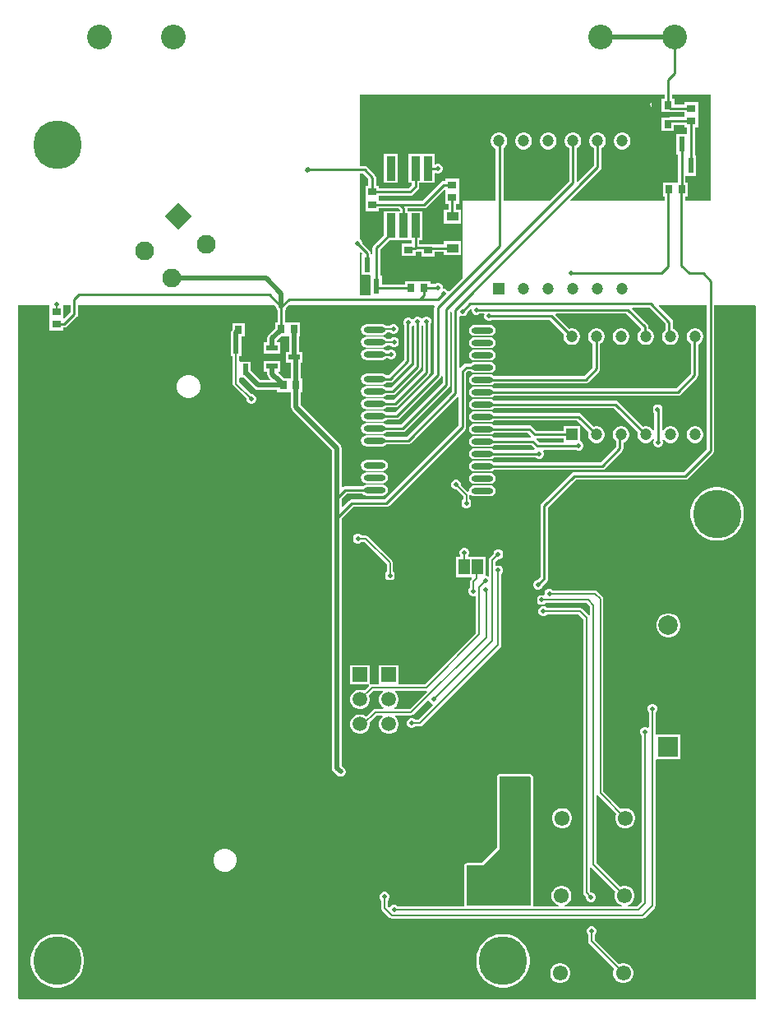
<source format=gbl>
G04*
G04 #@! TF.GenerationSoftware,Altium Limited,Altium Designer,21.0.9 (235)*
G04*
G04 Layer_Physical_Order=2*
G04 Layer_Color=16711680*
%FSLAX44Y44*%
%MOMM*%
G71*
G04*
G04 #@! TF.SameCoordinates,3421A621-DC7B-4D7E-80C2-F70395B1EBD6*
G04*
G04*
G04 #@! TF.FilePolarity,Positive*
G04*
G01*
G75*
%ADD10C,0.5000*%
%ADD11C,0.2500*%
%ADD15C,0.2540*%
%ADD18C,0.1520*%
%ADD23R,0.8000X0.9000*%
%ADD24R,1.1500X0.6000*%
%ADD25R,0.9000X0.8000*%
%ADD64C,2.0000*%
%ADD65R,2.0000X2.0000*%
%ADD66C,1.5500*%
%ADD67R,1.5500X1.5500*%
%ADD71R,1.2002X1.2002*%
%ADD72C,1.2002*%
%ADD73C,1.5000*%
%ADD74R,1.5000X1.5000*%
%ADD75P,2.7577X4X360.0*%
%ADD76C,1.9500*%
%ADD77C,2.5500*%
%ADD78C,5.0000*%
%ADD79C,0.5000*%
%ADD80R,0.9000X0.8000*%
%ADD81R,1.2200X0.9100*%
%ADD82R,0.6000X1.6000*%
%ADD83O,2.2500X0.6000*%
%ADD84R,0.9000X2.5000*%
%ADD85R,0.8000X0.9000*%
%ADD86R,1.1684X1.6002*%
%ADD87R,0.6000X1.1500*%
G36*
X952000Y994500D02*
X925385D01*
Y999460D01*
X928540D01*
Y1013540D01*
X925885D01*
Y1019221D01*
X925960Y1020460D01*
X937040D01*
Y1041540D01*
X935385D01*
Y1070460D01*
X938790D01*
Y1083460D01*
Y1096540D01*
X924710D01*
Y1093885D01*
X914540D01*
Y1100040D01*
X911885D01*
Y1103750D01*
X952000D01*
Y994500D01*
D02*
G37*
G36*
X904115Y1100040D02*
X901460D01*
Y1085960D01*
X914540D01*
Y1086115D01*
X924710D01*
Y1080885D01*
X910500D01*
X909013Y1080589D01*
X908940Y1080540D01*
X900960D01*
Y1066460D01*
X914040D01*
Y1073115D01*
X924710D01*
Y1070460D01*
X927615D01*
Y1064779D01*
X927540Y1063540D01*
X916460D01*
Y1042460D01*
X918115D01*
Y1013540D01*
X902460D01*
Y999460D01*
X904386D01*
Y994500D01*
X807729D01*
X807243Y995673D01*
X838087Y1026517D01*
X838929Y1027777D01*
X839225Y1029264D01*
Y1048741D01*
X840584Y1049526D01*
X842174Y1051116D01*
X843299Y1053063D01*
X843881Y1055236D01*
Y1057484D01*
X843299Y1059657D01*
X842174Y1061604D01*
X840584Y1063194D01*
X838636Y1064319D01*
X836464Y1064901D01*
X834216D01*
X832043Y1064319D01*
X830096Y1063194D01*
X828506Y1061604D01*
X827381Y1059657D01*
X826799Y1057484D01*
Y1055236D01*
X827381Y1053063D01*
X828506Y1051116D01*
X830096Y1049526D01*
X831455Y1048741D01*
Y1030873D01*
X815074Y1014492D01*
X813804Y1015018D01*
Y1048729D01*
X815184Y1049526D01*
X816774Y1051116D01*
X817899Y1053063D01*
X818481Y1055236D01*
Y1057484D01*
X817899Y1059657D01*
X816774Y1061604D01*
X815184Y1063194D01*
X813236Y1064319D01*
X811064Y1064901D01*
X808816D01*
X806643Y1064319D01*
X804696Y1063194D01*
X803106Y1061604D01*
X801981Y1059657D01*
X801399Y1057484D01*
Y1055236D01*
X801981Y1053063D01*
X803106Y1051116D01*
X804696Y1049526D01*
X806076Y1048729D01*
Y1015041D01*
X785535Y994500D01*
X738114D01*
Y1049024D01*
X738984Y1049526D01*
X740574Y1051116D01*
X741699Y1053063D01*
X742281Y1055236D01*
Y1057484D01*
X741699Y1059657D01*
X740574Y1061604D01*
X738984Y1063194D01*
X737037Y1064319D01*
X734864Y1064901D01*
X732616D01*
X730443Y1064319D01*
X728496Y1063194D01*
X726906Y1061604D01*
X725781Y1059657D01*
X725199Y1057484D01*
Y1055236D01*
X725781Y1053063D01*
X726906Y1051116D01*
X728496Y1049526D01*
X730386Y1048435D01*
Y994500D01*
X696500D01*
Y915715D01*
X682378Y901593D01*
X681132Y901841D01*
X681023Y902105D01*
X679605Y903523D01*
X677753Y904290D01*
X676963D01*
X675790Y904498D01*
X675790Y905463D01*
Y906503D01*
X675023Y908355D01*
X673605Y909773D01*
X671752Y910540D01*
X669747D01*
X667895Y909773D01*
X667507Y909385D01*
X662790D01*
Y912040D01*
X636710D01*
Y908885D01*
X612790D01*
Y917540D01*
X611135D01*
Y944721D01*
X620554Y954140D01*
X643615D01*
Y950840D01*
X633510D01*
Y937760D01*
X647590D01*
Y942083D01*
X648987Y942361D01*
X649412Y942645D01*
X653510D01*
Y937260D01*
X667590D01*
Y942065D01*
X677060D01*
Y938860D01*
X694340D01*
Y953040D01*
X677060D01*
Y949835D01*
X667590D01*
Y950340D01*
X658195D01*
X657820Y950415D01*
X651385D01*
Y954140D01*
X654540D01*
Y984220D01*
X639435D01*
Y986915D01*
X656550D01*
X658037Y987211D01*
X659297Y988053D01*
X677337Y1006093D01*
X678510Y1005607D01*
Y991760D01*
X681665D01*
Y985740D01*
X677060D01*
Y971560D01*
X694340D01*
Y985740D01*
X689435D01*
Y991760D01*
X692590D01*
Y1004760D01*
Y1017840D01*
X678510D01*
Y1015185D01*
X677050D01*
X675563Y1014889D01*
X674303Y1014047D01*
X654941Y994685D01*
X610090D01*
Y999915D01*
X642050D01*
X643537Y1000211D01*
X644797Y1001053D01*
X650247Y1006503D01*
X651089Y1007763D01*
X651385Y1009250D01*
Y1013140D01*
X667240D01*
Y1022723D01*
X668510Y1023473D01*
X669747Y1022960D01*
X671752D01*
X673605Y1023727D01*
X675023Y1025145D01*
X675790Y1026998D01*
Y1029003D01*
X675023Y1030855D01*
X673605Y1032273D01*
X671752Y1033040D01*
X669747D01*
X668510Y1032527D01*
X667240Y1033277D01*
Y1043220D01*
X640460D01*
Y1013140D01*
X643615D01*
Y1010859D01*
X640441Y1007685D01*
X610090D01*
Y1010340D01*
X606935D01*
Y1018700D01*
X606639Y1020187D01*
X605797Y1021447D01*
X597747Y1029497D01*
X596487Y1030339D01*
X595000Y1030635D01*
X590000D01*
Y1103750D01*
X904115D01*
Y1100040D01*
D02*
G37*
G36*
X599165Y1017091D02*
Y1010340D01*
X596010D01*
Y997260D01*
Y984260D01*
X610090D01*
Y986915D01*
X630441D01*
X631665Y985691D01*
Y984220D01*
X615060D01*
Y959634D01*
X604503Y949077D01*
X603661Y947817D01*
X603365Y946330D01*
Y940779D01*
X603290Y939540D01*
X601635D01*
Y940872D01*
X601339Y942359D01*
X600497Y943619D01*
X593108Y951008D01*
Y951557D01*
X592341Y953409D01*
X590923Y954827D01*
X590000Y955209D01*
Y1022865D01*
X593391D01*
X599165Y1017091D01*
D02*
G37*
G36*
X592614Y940515D02*
X592210Y939540D01*
X592210D01*
Y918460D01*
X600865D01*
X601710Y917540D01*
Y897364D01*
X590000D01*
Y941469D01*
X591173Y941955D01*
X592614Y940515D01*
D02*
G37*
G36*
X292136Y879851D02*
X285963Y873678D01*
X284790Y874164D01*
Y887500D01*
X292136D01*
Y879851D01*
D02*
G37*
G36*
X667348Y886230D02*
X667180Y885979D01*
X666886Y884500D01*
Y817101D01*
X627149Y777364D01*
X617490D01*
X615912Y778419D01*
X613750Y778848D01*
X597250D01*
X595088Y778419D01*
X593256Y777194D01*
X592032Y775362D01*
X591601Y773200D01*
X592032Y771038D01*
X593256Y769206D01*
X595088Y767981D01*
X597250Y767551D01*
X613750D01*
X615912Y767981D01*
X617744Y769206D01*
X618031Y769636D01*
X628750D01*
X630229Y769930D01*
X631482Y770768D01*
X673482Y812768D01*
X674320Y814021D01*
X674366Y814251D01*
X675636Y814126D01*
Y807101D01*
X632899Y764364D01*
X617831D01*
X617744Y764494D01*
X615912Y765719D01*
X613750Y766149D01*
X597250D01*
X595088Y765719D01*
X593256Y764494D01*
X592032Y762662D01*
X591601Y760500D01*
X592032Y758338D01*
X593256Y756506D01*
X595088Y755281D01*
X597250Y754852D01*
X613750D01*
X615912Y755281D01*
X617744Y756506D01*
X617831Y756636D01*
X634500D01*
X635979Y756930D01*
X637232Y757768D01*
X682232Y802768D01*
X683070Y804021D01*
X683364Y805500D01*
Y880352D01*
X683595Y880506D01*
X684865Y879827D01*
Y798109D01*
X638441Y751685D01*
X617817D01*
X617744Y751794D01*
X615912Y753019D01*
X613750Y753448D01*
X597250D01*
X595088Y753019D01*
X593256Y751794D01*
X592032Y749962D01*
X591601Y747800D01*
X592032Y745638D01*
X593256Y743806D01*
X595088Y742581D01*
X597250Y742151D01*
X613750D01*
X615912Y742581D01*
X617744Y743806D01*
X617817Y743915D01*
X640050D01*
X641537Y744211D01*
X642797Y745053D01*
X690866Y793122D01*
X692136Y792596D01*
Y763351D01*
X616149Y687364D01*
X581750D01*
X580271Y687070D01*
X579018Y686232D01*
X579017Y686232D01*
X572812Y680027D01*
X571639Y680513D01*
Y687924D01*
X576851Y693136D01*
X593169D01*
X593256Y693006D01*
X595088Y691781D01*
X597250Y691351D01*
X613750D01*
X615912Y691781D01*
X617744Y693006D01*
X618969Y694838D01*
X619398Y697000D01*
X618969Y699162D01*
X617744Y700994D01*
X615912Y702219D01*
X613750Y702648D01*
X597250D01*
X595088Y702219D01*
X593256Y700994D01*
X593169Y700864D01*
X575250D01*
X575250Y700864D01*
X573771Y700570D01*
X572909Y699994D01*
X571692Y700507D01*
X571639Y700556D01*
Y740250D01*
X571248Y742216D01*
X570134Y743884D01*
X529639Y784379D01*
Y797960D01*
X531040D01*
Y812040D01*
X529639D01*
Y828330D01*
X530780D01*
Y839410D01*
X527509D01*
Y855460D01*
X528790D01*
Y869540D01*
X513114D01*
Y882212D01*
X513998Y883533D01*
X514308Y885093D01*
X516715Y887500D01*
X666669D01*
X667348Y886230D01*
D02*
G37*
G36*
X998250D02*
Y172500D01*
X239500D01*
X238500Y173500D01*
X238500Y887500D01*
X270710D01*
Y874460D01*
Y861460D01*
X284790D01*
Y864136D01*
X285750D01*
X287229Y864430D01*
X288482Y865268D01*
X298732Y875518D01*
X298732Y875518D01*
X299570Y876771D01*
X299864Y878250D01*
Y887500D01*
X502035Y887500D01*
X504130Y885405D01*
X504502Y883533D01*
X505386Y882212D01*
Y869540D01*
X502710D01*
Y863227D01*
X496356Y856874D01*
X495242Y855207D01*
X494851Y853240D01*
Y848910D01*
X491700D01*
Y837830D01*
X508280D01*
Y848910D01*
X505129D01*
Y851111D01*
X509477Y855460D01*
X517231D01*
Y839410D01*
X514200D01*
Y828330D01*
X519361D01*
Y812040D01*
X512227D01*
X507659Y816608D01*
X506235Y817560D01*
X506210Y817736D01*
X506733Y818830D01*
X508280D01*
Y829910D01*
X491700D01*
Y818830D01*
X494851D01*
Y816510D01*
X495242Y814544D01*
X496356Y812876D01*
X497921Y811312D01*
X497435Y810139D01*
X487738D01*
X477910Y819967D01*
Y829280D01*
X467505D01*
X466830Y829280D01*
X466235Y830303D01*
Y835200D01*
X468410D01*
Y851780D01*
X468009D01*
Y854960D01*
X471790D01*
Y869040D01*
X458710D01*
Y861966D01*
X458122Y861087D01*
X457731Y859120D01*
Y851780D01*
X457330D01*
Y835200D01*
X459505D01*
Y806380D01*
X459505Y806380D01*
X459762Y805092D01*
X460491Y804001D01*
X473460Y791032D01*
Y789747D01*
X474227Y787895D01*
X475645Y786477D01*
X477497Y785710D01*
X479502D01*
X481355Y786477D01*
X482773Y787895D01*
X483540Y789747D01*
Y791752D01*
X482773Y793605D01*
X481355Y795023D01*
X479502Y795790D01*
X478218D01*
X466235Y807774D01*
Y811677D01*
X466830Y812700D01*
X467505Y812700D01*
X470643D01*
X481976Y801366D01*
X483643Y800252D01*
X485610Y799861D01*
X504960D01*
Y797960D01*
X519361D01*
Y782250D01*
X519753Y780284D01*
X520866Y778616D01*
X561361Y738121D01*
Y688250D01*
Y668250D01*
Y411000D01*
X561752Y409034D01*
X562866Y407366D01*
X566866Y403366D01*
X567287Y403085D01*
X567645Y402727D01*
X568113Y402534D01*
X568534Y402253D01*
X569030Y402154D01*
X569497Y401960D01*
X570004D01*
X570500Y401861D01*
X570996Y401960D01*
X571502D01*
X571970Y402154D01*
X572467Y402253D01*
X572887Y402534D01*
X573355Y402727D01*
X573713Y403085D01*
X574134Y403366D01*
X574415Y403787D01*
X574773Y404145D01*
X574966Y404613D01*
X575247Y405033D01*
X575346Y405530D01*
X575540Y405998D01*
Y406504D01*
X575639Y407000D01*
X575540Y407496D01*
Y408003D01*
X575346Y408470D01*
X575247Y408966D01*
X574966Y409387D01*
X574773Y409855D01*
X574415Y410213D01*
X574134Y410634D01*
X571639Y413129D01*
Y667924D01*
X583351Y679636D01*
X617750D01*
X619229Y679930D01*
X620482Y680768D01*
X698732Y759018D01*
X699570Y760271D01*
X699864Y761750D01*
Y817649D01*
X701751Y819536D01*
X704169D01*
X704256Y819406D01*
X706088Y818181D01*
X708250Y817751D01*
X724750D01*
X726912Y818181D01*
X728744Y819406D01*
X729968Y821238D01*
X730398Y823400D01*
X729968Y825562D01*
X728744Y827394D01*
X726912Y828619D01*
X724750Y829048D01*
X708250D01*
X706088Y828619D01*
X704256Y827394D01*
X704169Y827264D01*
X700150D01*
X700150Y827264D01*
X698671Y826970D01*
X697418Y826132D01*
X697418Y826132D01*
X693905Y822619D01*
X692635Y823146D01*
Y875578D01*
X693905Y876413D01*
X694997Y875960D01*
X697002D01*
X698855Y876727D01*
X700273Y878145D01*
X701040Y879997D01*
Y880546D01*
X703940Y883446D01*
X705210Y882920D01*
Y881497D01*
X705977Y879645D01*
X707395Y878227D01*
X709248Y877460D01*
X711253D01*
X713105Y878227D01*
X713493Y878615D01*
X718014D01*
X718720Y877559D01*
X718568Y877193D01*
Y875188D01*
X719335Y873335D01*
X720753Y871917D01*
X722605Y871150D01*
X724610D01*
X726463Y871917D01*
X726851Y872305D01*
X785971D01*
X800536Y857741D01*
X800129Y856224D01*
Y853976D01*
X800711Y851803D01*
X801836Y849856D01*
X803426Y848266D01*
X805373Y847141D01*
X807546Y846559D01*
X809794D01*
X811966Y847141D01*
X813914Y848266D01*
X815504Y849856D01*
X816629Y851803D01*
X817211Y853976D01*
Y856224D01*
X816629Y858397D01*
X815504Y860344D01*
X813914Y861934D01*
X811966Y863059D01*
X809794Y863641D01*
X807546D01*
X806029Y863234D01*
X791822Y877442D01*
X792308Y878615D01*
X864891D01*
X880107Y863399D01*
X880019Y862161D01*
X879626Y861934D01*
X878036Y860344D01*
X876911Y858397D01*
X876329Y856224D01*
Y853976D01*
X876911Y851803D01*
X878036Y849856D01*
X879626Y848266D01*
X881573Y847141D01*
X883746Y846559D01*
X885994D01*
X888167Y847141D01*
X890114Y848266D01*
X891704Y849856D01*
X892829Y851803D01*
X893411Y853976D01*
Y856224D01*
X892829Y858397D01*
X891704Y860344D01*
X890114Y861934D01*
X888167Y863059D01*
X887885Y863134D01*
Y865000D01*
X887589Y866487D01*
X886747Y867747D01*
X870552Y883942D01*
X871038Y885115D01*
X888391D01*
X905115Y868391D01*
Y861986D01*
X905026Y861934D01*
X903436Y860344D01*
X902311Y858397D01*
X901729Y856224D01*
Y853976D01*
X902311Y851803D01*
X903436Y849856D01*
X905026Y848266D01*
X906973Y847141D01*
X909146Y846559D01*
X911394D01*
X913567Y847141D01*
X915514Y848266D01*
X917104Y849856D01*
X918229Y851803D01*
X918811Y853976D01*
Y856224D01*
X918229Y858397D01*
X917104Y860344D01*
X915514Y861934D01*
X913567Y863059D01*
X912885Y863241D01*
Y870000D01*
X912589Y871487D01*
X911747Y872747D01*
X898167Y886327D01*
X898653Y887500D01*
X947865D01*
Y739359D01*
X923891Y715385D01*
X811250D01*
X809763Y715089D01*
X808503Y714247D01*
X777503Y683247D01*
X776661Y681987D01*
X776365Y680500D01*
Y607551D01*
X773355Y604540D01*
X772806D01*
X770953Y603773D01*
X769536Y602355D01*
X768768Y600503D01*
Y598498D01*
X769536Y596645D01*
X770953Y595227D01*
X772806Y594460D01*
X774811D01*
X776663Y595227D01*
X778081Y596645D01*
X778848Y598498D01*
Y599046D01*
X782997Y603195D01*
X783839Y604455D01*
X784135Y605942D01*
Y678891D01*
X812859Y707615D01*
X925500D01*
X926987Y707911D01*
X928247Y708753D01*
X954497Y735003D01*
X955339Y736263D01*
X955635Y737750D01*
Y887500D01*
X997084D01*
X998250Y886230D01*
D02*
G37*
%LPC*%
G36*
X893250Y1097635D02*
X891763Y1097339D01*
X890503Y1096497D01*
X889661Y1095237D01*
X889365Y1093750D01*
X889661Y1092263D01*
X890503Y1091003D01*
X891253Y1090253D01*
X891253Y1090253D01*
X892513Y1089411D01*
X894000Y1089115D01*
X895487Y1089411D01*
X896747Y1090253D01*
X897589Y1091513D01*
X897885Y1093000D01*
X897589Y1094487D01*
X896747Y1095747D01*
X895997Y1096497D01*
X894737Y1097339D01*
X893250Y1097635D01*
D02*
G37*
G36*
X861864Y1064901D02*
X859616D01*
X857443Y1064319D01*
X855496Y1063194D01*
X853906Y1061604D01*
X852781Y1059657D01*
X852199Y1057484D01*
Y1055236D01*
X852781Y1053063D01*
X853906Y1051116D01*
X855496Y1049526D01*
X857443Y1048401D01*
X859616Y1047819D01*
X861864D01*
X864036Y1048401D01*
X865984Y1049526D01*
X867574Y1051116D01*
X868699Y1053063D01*
X869281Y1055236D01*
Y1057484D01*
X868699Y1059657D01*
X867574Y1061604D01*
X865984Y1063194D01*
X864036Y1064319D01*
X861864Y1064901D01*
D02*
G37*
G36*
X785664D02*
X783416D01*
X781243Y1064319D01*
X779296Y1063194D01*
X777706Y1061604D01*
X776581Y1059657D01*
X775999Y1057484D01*
Y1055236D01*
X776581Y1053063D01*
X777706Y1051116D01*
X779296Y1049526D01*
X781243Y1048401D01*
X783416Y1047819D01*
X785664D01*
X787837Y1048401D01*
X789784Y1049526D01*
X791374Y1051116D01*
X792499Y1053063D01*
X793081Y1055236D01*
Y1057484D01*
X792499Y1059657D01*
X791374Y1061604D01*
X789784Y1063194D01*
X787837Y1064319D01*
X785664Y1064901D01*
D02*
G37*
G36*
X760264D02*
X758016D01*
X755843Y1064319D01*
X753896Y1063194D01*
X752306Y1061604D01*
X751181Y1059657D01*
X750599Y1057484D01*
Y1055236D01*
X751181Y1053063D01*
X752306Y1051116D01*
X753896Y1049526D01*
X755843Y1048401D01*
X758016Y1047819D01*
X760264D01*
X762437Y1048401D01*
X764384Y1049526D01*
X765974Y1051116D01*
X767099Y1053063D01*
X767681Y1055236D01*
Y1057484D01*
X767099Y1059657D01*
X765974Y1061604D01*
X764384Y1063194D01*
X762437Y1064319D01*
X760264Y1064901D01*
D02*
G37*
G36*
X629140Y1043220D02*
X615060D01*
Y1013140D01*
X629140D01*
Y1043220D01*
D02*
G37*
G36*
X660003Y875790D02*
X657998D01*
X656145Y875023D01*
X655080Y873957D01*
X654540Y873650D01*
X653476Y873902D01*
X652605Y874773D01*
X650752Y875540D01*
X648747D01*
X646895Y874773D01*
X645477Y873355D01*
X645340Y873022D01*
X643860Y872768D01*
X642980Y873648D01*
X641127Y874415D01*
X639123D01*
X637270Y873648D01*
X635852Y872230D01*
X635085Y870378D01*
Y868372D01*
X635852Y866520D01*
X635865Y866507D01*
Y831109D01*
X619941Y815185D01*
X617817D01*
X617744Y815294D01*
X615912Y816519D01*
X613750Y816948D01*
X597250D01*
X595088Y816519D01*
X593256Y815294D01*
X592032Y813462D01*
X591601Y811300D01*
X592032Y809138D01*
X593256Y807306D01*
X595088Y806081D01*
X597250Y805651D01*
X613750D01*
X615912Y806081D01*
X617744Y807306D01*
X617817Y807415D01*
X621550D01*
X623037Y807711D01*
X624297Y808553D01*
X642497Y826753D01*
X643339Y828013D01*
X643635Y829500D01*
Y865757D01*
X644398Y866520D01*
X645702Y866350D01*
X645865Y866266D01*
Y825609D01*
X622741Y802485D01*
X617817D01*
X617744Y802594D01*
X615912Y803819D01*
X613750Y804249D01*
X597250D01*
X595088Y803819D01*
X593256Y802594D01*
X592032Y800762D01*
X591601Y798600D01*
X592032Y796438D01*
X593256Y794606D01*
X595088Y793381D01*
X597250Y792952D01*
X613750D01*
X615912Y793381D01*
X617744Y794606D01*
X617817Y794715D01*
X624350D01*
X625837Y795011D01*
X627097Y795853D01*
X652497Y821253D01*
X653339Y822513D01*
X653635Y824000D01*
Y866244D01*
X653845Y866457D01*
X655096Y865941D01*
X655115Y865913D01*
Y819859D01*
X625041Y789785D01*
X617817D01*
X617744Y789894D01*
X615912Y791119D01*
X613750Y791548D01*
X597250D01*
X595088Y791119D01*
X593256Y789894D01*
X592032Y788062D01*
X591601Y785900D01*
X592032Y783738D01*
X593256Y781906D01*
X595088Y780681D01*
X597250Y780251D01*
X613750D01*
X615912Y780681D01*
X617744Y781906D01*
X617817Y782015D01*
X626650D01*
X628137Y782311D01*
X629397Y783153D01*
X661747Y815503D01*
X662589Y816763D01*
X662885Y818250D01*
Y867507D01*
X663273Y867895D01*
X664040Y869747D01*
Y871752D01*
X663273Y873605D01*
X661855Y875023D01*
X660003Y875790D01*
D02*
G37*
G36*
X625966Y867897D02*
X623961D01*
X622109Y867130D01*
X620822Y865843D01*
X617912D01*
X617744Y866094D01*
X615912Y867319D01*
X613750Y867748D01*
X597250D01*
X595088Y867319D01*
X593256Y866094D01*
X592032Y864262D01*
X591601Y862100D01*
X592032Y859938D01*
X593256Y858106D01*
X595088Y856881D01*
X597250Y856451D01*
X613750D01*
X615912Y856881D01*
X617744Y858106D01*
X618418Y859114D01*
X621579D01*
X622109Y858584D01*
X623961Y857817D01*
X625966D01*
X627818Y858584D01*
X629236Y860002D01*
X630004Y861854D01*
Y863859D01*
X629236Y865712D01*
X627818Y867130D01*
X625966Y867897D01*
D02*
G37*
G36*
X613750Y855049D02*
X597250D01*
X595088Y854619D01*
X593256Y853394D01*
X592032Y851562D01*
X591601Y849400D01*
X592032Y847238D01*
X593256Y845406D01*
X595088Y844181D01*
X597250Y843752D01*
X613750D01*
X615912Y844181D01*
X617744Y845406D01*
X618198Y846085D01*
X621787D01*
X622645Y845227D01*
X624497Y844460D01*
X626502D01*
X628355Y845227D01*
X629773Y846645D01*
X630540Y848497D01*
Y850502D01*
X629773Y852355D01*
X628355Y853773D01*
X626502Y854540D01*
X624497D01*
X622645Y853773D01*
X621687Y852815D01*
X618131D01*
X617744Y853394D01*
X615912Y854619D01*
X613750Y855049D01*
D02*
G37*
G36*
Y842348D02*
X597250D01*
X595088Y841919D01*
X593256Y840694D01*
X592032Y838862D01*
X591601Y836700D01*
X592032Y834538D01*
X593256Y832706D01*
X595088Y831481D01*
X597250Y831051D01*
X613750D01*
X615912Y831481D01*
X617744Y832706D01*
X617817Y832815D01*
X619307D01*
X619645Y832477D01*
X621497Y831710D01*
X623503D01*
X625355Y832477D01*
X626773Y833895D01*
X627540Y835748D01*
Y837753D01*
X626773Y839605D01*
X625355Y841023D01*
X623503Y841790D01*
X621497D01*
X619645Y841023D01*
X619207Y840585D01*
X617817D01*
X617744Y840694D01*
X615912Y841919D01*
X613750Y842348D01*
D02*
G37*
G36*
Y728048D02*
X597250D01*
X595088Y727619D01*
X593256Y726394D01*
X592032Y724562D01*
X591601Y722400D01*
X592032Y720238D01*
X593256Y718406D01*
X595088Y717181D01*
X597250Y716751D01*
X613750D01*
X615912Y717181D01*
X617744Y718406D01*
X618969Y720238D01*
X619398Y722400D01*
X618969Y724562D01*
X617744Y726394D01*
X615912Y727619D01*
X613750Y728048D01*
D02*
G37*
G36*
Y715349D02*
X597250D01*
X595088Y714919D01*
X593256Y713694D01*
X592032Y711862D01*
X591601Y709700D01*
X592032Y707538D01*
X593256Y705706D01*
X595088Y704481D01*
X597250Y704052D01*
X613750D01*
X615912Y704481D01*
X617744Y705706D01*
X618969Y707538D01*
X619398Y709700D01*
X618969Y711862D01*
X617744Y713694D01*
X615912Y714919D01*
X613750Y715349D01*
D02*
G37*
G36*
X724750Y867149D02*
X708250D01*
X706088Y866719D01*
X704256Y865494D01*
X703031Y863662D01*
X702601Y861500D01*
X703031Y859338D01*
X704256Y857506D01*
X706088Y856281D01*
X708250Y855852D01*
X724750D01*
X726912Y856281D01*
X728744Y857506D01*
X729968Y859338D01*
X730398Y861500D01*
X729968Y863662D01*
X728744Y865494D01*
X726912Y866719D01*
X724750Y867149D01*
D02*
G37*
G36*
X860594Y863641D02*
X858346D01*
X856173Y863059D01*
X854226Y861934D01*
X852636Y860344D01*
X851511Y858397D01*
X850929Y856224D01*
Y853976D01*
X851511Y851803D01*
X852636Y849856D01*
X854226Y848266D01*
X856173Y847141D01*
X858346Y846559D01*
X860594D01*
X862766Y847141D01*
X864714Y848266D01*
X866304Y849856D01*
X867429Y851803D01*
X868011Y853976D01*
Y856224D01*
X867429Y858397D01*
X866304Y860344D01*
X864714Y861934D01*
X862766Y863059D01*
X860594Y863641D01*
D02*
G37*
G36*
X724750Y854448D02*
X708250D01*
X706088Y854019D01*
X704256Y852794D01*
X703031Y850962D01*
X702601Y848800D01*
X703031Y846638D01*
X704256Y844806D01*
X706088Y843581D01*
X708250Y843151D01*
X724750D01*
X726912Y843581D01*
X728744Y844806D01*
X729968Y846638D01*
X730398Y848800D01*
X729968Y850962D01*
X728744Y852794D01*
X726912Y854019D01*
X724750Y854448D01*
D02*
G37*
G36*
Y841749D02*
X708250D01*
X706088Y841319D01*
X704256Y840094D01*
X703031Y838262D01*
X702601Y836100D01*
X703031Y833938D01*
X704256Y832106D01*
X706088Y830881D01*
X708250Y830452D01*
X724750D01*
X726912Y830881D01*
X728744Y832106D01*
X729968Y833938D01*
X730398Y836100D01*
X729968Y838262D01*
X728744Y840094D01*
X726912Y841319D01*
X724750Y841749D01*
D02*
G37*
G36*
X835194Y863641D02*
X832946D01*
X830773Y863059D01*
X828826Y861934D01*
X827236Y860344D01*
X826111Y858397D01*
X825529Y856224D01*
Y853976D01*
X826111Y851803D01*
X827236Y849856D01*
X828826Y848266D01*
X830185Y847481D01*
Y823429D01*
X821341Y814585D01*
X728817D01*
X728744Y814694D01*
X726912Y815919D01*
X724750Y816348D01*
X708250D01*
X706088Y815919D01*
X704256Y814694D01*
X703031Y812862D01*
X702601Y810700D01*
X703031Y808538D01*
X704256Y806706D01*
X706088Y805481D01*
X708250Y805051D01*
X724750D01*
X726912Y805481D01*
X728744Y806706D01*
X728817Y806815D01*
X822950D01*
X824437Y807111D01*
X825697Y807953D01*
X836817Y819073D01*
X837659Y820333D01*
X837955Y821820D01*
Y847481D01*
X839314Y848266D01*
X840904Y849856D01*
X842029Y851803D01*
X842611Y853976D01*
Y856224D01*
X842029Y858397D01*
X840904Y860344D01*
X839314Y861934D01*
X837366Y863059D01*
X835194Y863641D01*
D02*
G37*
G36*
X936794D02*
X934546D01*
X932373Y863059D01*
X930426Y861934D01*
X928836Y860344D01*
X927711Y858397D01*
X927129Y856224D01*
Y853976D01*
X927711Y851803D01*
X928836Y849856D01*
X930426Y848266D01*
X931136Y847856D01*
Y816601D01*
X916399Y801864D01*
X728831D01*
X728744Y801994D01*
X726912Y803219D01*
X724750Y803649D01*
X708250D01*
X706088Y803219D01*
X704256Y801994D01*
X703031Y800162D01*
X702601Y798000D01*
X703031Y795838D01*
X704256Y794006D01*
X706088Y792781D01*
X708250Y792352D01*
X724750D01*
X726912Y792781D01*
X728744Y794006D01*
X728831Y794136D01*
X918000D01*
X919479Y794430D01*
X920732Y795268D01*
X937732Y812268D01*
X938570Y813521D01*
X938864Y815000D01*
X938864Y815000D01*
Y847114D01*
X938967Y847141D01*
X940914Y848266D01*
X942504Y849856D01*
X943629Y851803D01*
X944211Y853976D01*
Y856224D01*
X943629Y858397D01*
X942504Y860344D01*
X940914Y861934D01*
X938967Y863059D01*
X936794Y863641D01*
D02*
G37*
G36*
X415328Y815490D02*
X412171D01*
X409122Y814673D01*
X406388Y813094D01*
X404156Y810862D01*
X402577Y808128D01*
X401760Y805079D01*
Y801921D01*
X402577Y798872D01*
X404156Y796138D01*
X406388Y793906D01*
X409122Y792327D01*
X412171Y791510D01*
X415328D01*
X418378Y792327D01*
X421112Y793906D01*
X423344Y796138D01*
X424923Y798872D01*
X425740Y801921D01*
Y805079D01*
X424923Y808128D01*
X423344Y810862D01*
X421112Y813094D01*
X418378Y814673D01*
X415328Y815490D01*
D02*
G37*
G36*
X724750Y765548D02*
X708250D01*
X706088Y765119D01*
X704256Y763894D01*
X703031Y762062D01*
X702601Y759900D01*
X703031Y757738D01*
X704256Y755906D01*
X706088Y754681D01*
X708250Y754251D01*
X724750D01*
X726912Y754681D01*
X728744Y755906D01*
X728831Y756036D01*
X763018D01*
X766699Y752355D01*
X766173Y751085D01*
X728817D01*
X728744Y751194D01*
X726912Y752419D01*
X724750Y752849D01*
X708250D01*
X706088Y752419D01*
X704256Y751194D01*
X703031Y749362D01*
X702601Y747200D01*
X703031Y745038D01*
X704256Y743206D01*
X706088Y741981D01*
X708250Y741552D01*
X724750D01*
X726912Y741981D01*
X728744Y743206D01*
X728817Y743315D01*
X766757D01*
X770320Y739753D01*
X770467Y739655D01*
X770082Y738385D01*
X728817D01*
X728744Y738494D01*
X726912Y739719D01*
X724750Y740148D01*
X708250D01*
X706088Y739719D01*
X704256Y738494D01*
X703031Y736662D01*
X702601Y734500D01*
X703031Y732338D01*
X704256Y730506D01*
X706088Y729281D01*
X708250Y728851D01*
X724750D01*
X726912Y729281D01*
X728744Y730506D01*
X728817Y730615D01*
X771627D01*
X772290Y729952D01*
X774143Y729185D01*
X776148D01*
X778000Y729952D01*
X779418Y731370D01*
X780185Y733222D01*
Y735227D01*
X779418Y737080D01*
X779152Y737345D01*
X779678Y738615D01*
X812507D01*
X812895Y738227D01*
X814747Y737460D01*
X816752D01*
X818605Y738227D01*
X820023Y739645D01*
X820790Y741497D01*
Y743503D01*
X820023Y745355D01*
X818605Y746773D01*
X817211Y747350D01*
Y762641D01*
X800129D01*
Y757964D01*
X772019D01*
X767351Y762632D01*
X766097Y763470D01*
X764618Y763764D01*
X728831D01*
X728744Y763894D01*
X726912Y765119D01*
X724750Y765548D01*
D02*
G37*
G36*
X936794Y762641D02*
X934546D01*
X932373Y762059D01*
X930426Y760934D01*
X928836Y759344D01*
X927711Y757397D01*
X927129Y755224D01*
Y752976D01*
X927711Y750803D01*
X928836Y748856D01*
X930426Y747266D01*
X932373Y746141D01*
X934546Y745559D01*
X936794D01*
X938967Y746141D01*
X940914Y747266D01*
X942504Y748856D01*
X943629Y750803D01*
X944211Y752976D01*
Y755224D01*
X943629Y757397D01*
X942504Y759344D01*
X940914Y760934D01*
X938967Y762059D01*
X936794Y762641D01*
D02*
G37*
G36*
X724750Y790948D02*
X708250D01*
X706088Y790519D01*
X704256Y789294D01*
X703031Y787462D01*
X702601Y785300D01*
X703031Y783138D01*
X704256Y781306D01*
X706088Y780081D01*
X708250Y779651D01*
X724750D01*
X726912Y780081D01*
X728744Y781306D01*
X728817Y781415D01*
X852061D01*
X876736Y756741D01*
X876329Y755224D01*
Y752976D01*
X876911Y750803D01*
X878036Y748856D01*
X879626Y747266D01*
X881573Y746141D01*
X883746Y745559D01*
X885994D01*
X888167Y746141D01*
X890114Y747266D01*
X891704Y748856D01*
X892058Y749470D01*
X893398Y749250D01*
X893477Y748855D01*
X892710Y747002D01*
Y744997D01*
X893477Y743145D01*
X894895Y741727D01*
X896748Y740960D01*
X898753D01*
X900605Y741727D01*
X902023Y743145D01*
X902790Y744997D01*
Y747002D01*
X902157Y748530D01*
X903299Y749093D01*
X903436Y748856D01*
X905026Y747266D01*
X906973Y746141D01*
X909146Y745559D01*
X911394D01*
X913567Y746141D01*
X915514Y747266D01*
X917104Y748856D01*
X918229Y750803D01*
X918811Y752976D01*
Y755224D01*
X918229Y757397D01*
X917104Y759344D01*
X915514Y760934D01*
X913567Y762059D01*
X911394Y762641D01*
X909146D01*
X906973Y762059D01*
X905026Y760934D01*
X903436Y759344D01*
X902905Y758424D01*
X901635Y758765D01*
Y777665D01*
X902290Y779248D01*
Y781253D01*
X901523Y783105D01*
X900105Y784523D01*
X898252Y785290D01*
X896247D01*
X894395Y784523D01*
X892977Y783105D01*
X892210Y781253D01*
Y779248D01*
X892977Y777395D01*
X893865Y776507D01*
Y758141D01*
X892595Y757801D01*
X891704Y759344D01*
X890114Y760934D01*
X888167Y762059D01*
X885994Y762641D01*
X883746D01*
X882229Y762234D01*
X856417Y788047D01*
X855156Y788889D01*
X853670Y789185D01*
X728817D01*
X728744Y789294D01*
X726912Y790519D01*
X724750Y790948D01*
D02*
G37*
G36*
Y778249D02*
X708250D01*
X706088Y777819D01*
X704256Y776594D01*
X703031Y774762D01*
X702601Y772600D01*
X703031Y770438D01*
X704256Y768606D01*
X706088Y767381D01*
X708250Y766952D01*
X724750D01*
X726912Y767381D01*
X728744Y768606D01*
X728831Y768736D01*
X813969D01*
X825942Y756764D01*
X825529Y755224D01*
Y752976D01*
X826111Y750803D01*
X827236Y748856D01*
X828826Y747266D01*
X830773Y746141D01*
X832946Y745559D01*
X835194D01*
X837366Y746141D01*
X839314Y747266D01*
X840904Y748856D01*
X842029Y750803D01*
X842611Y752976D01*
Y755224D01*
X842029Y757397D01*
X840904Y759344D01*
X839314Y760934D01*
X837366Y762059D01*
X835194Y762641D01*
X832946D01*
X831406Y762228D01*
X818302Y775332D01*
X817049Y776170D01*
X815570Y776464D01*
X728831D01*
X728744Y776594D01*
X726912Y777819D01*
X724750Y778249D01*
D02*
G37*
G36*
X860594Y762641D02*
X858346D01*
X856173Y762059D01*
X854226Y760934D01*
X852636Y759344D01*
X851511Y757397D01*
X850929Y755224D01*
Y752976D01*
X851511Y750803D01*
X852636Y748856D01*
X854115Y747376D01*
Y741359D01*
X838441Y725685D01*
X728817D01*
X728744Y725794D01*
X726912Y727019D01*
X724750Y727449D01*
X708250D01*
X706088Y727019D01*
X704256Y725794D01*
X703031Y723962D01*
X702601Y721800D01*
X703031Y719638D01*
X704256Y717806D01*
X706088Y716581D01*
X708250Y716152D01*
X724750D01*
X726912Y716581D01*
X728744Y717806D01*
X728817Y717915D01*
X840050D01*
X841537Y718211D01*
X842797Y719053D01*
X860747Y737003D01*
X861589Y738263D01*
X861885Y739750D01*
Y745905D01*
X862766Y746141D01*
X864714Y747266D01*
X866304Y748856D01*
X867429Y750803D01*
X868011Y752976D01*
Y755224D01*
X867429Y757397D01*
X866304Y759344D01*
X864714Y760934D01*
X862766Y762059D01*
X860594Y762641D01*
D02*
G37*
G36*
X724750Y714749D02*
X708250D01*
X706088Y714319D01*
X704256Y713094D01*
X703031Y711262D01*
X702601Y709100D01*
X703031Y706938D01*
X704256Y705106D01*
X706088Y703881D01*
X708250Y703452D01*
X724750D01*
X726912Y703881D01*
X728744Y705106D01*
X729968Y706938D01*
X730398Y709100D01*
X729968Y711262D01*
X728744Y713094D01*
X726912Y714319D01*
X724750Y714749D01*
D02*
G37*
G36*
X690502Y707540D02*
X688497D01*
X686645Y706773D01*
X685227Y705355D01*
X684460Y703503D01*
Y701497D01*
X685227Y699645D01*
X686645Y698227D01*
X688497Y697460D01*
X689782D01*
X696635Y690607D01*
Y687263D01*
X695727Y686355D01*
X694960Y684502D01*
Y682497D01*
X695727Y680645D01*
X697145Y679227D01*
X698997Y678460D01*
X701003D01*
X702855Y679227D01*
X704273Y680645D01*
X705040Y682497D01*
Y684502D01*
X704273Y686355D01*
X703365Y687263D01*
Y691590D01*
X703454Y691672D01*
X704433Y692155D01*
X704596Y692178D01*
X706088Y691181D01*
X708250Y690751D01*
X724750D01*
X726912Y691181D01*
X728744Y692406D01*
X729968Y694238D01*
X730398Y696400D01*
X729968Y698562D01*
X728744Y700394D01*
X726912Y701619D01*
X724750Y702048D01*
X708250D01*
X706088Y701619D01*
X704256Y700394D01*
X703031Y698562D01*
X702601Y696400D01*
X702712Y695842D01*
X701542Y695217D01*
X694540Y702219D01*
Y703503D01*
X693773Y705355D01*
X692355Y706773D01*
X690502Y707540D01*
D02*
G37*
G36*
X960667Y700040D02*
X956332D01*
X952051Y699362D01*
X947928Y698022D01*
X944066Y696054D01*
X940559Y693506D01*
X937494Y690441D01*
X934946Y686934D01*
X932978Y683072D01*
X931638Y678949D01*
X930960Y674668D01*
Y670332D01*
X931638Y666051D01*
X932978Y661928D01*
X934946Y658066D01*
X937494Y654559D01*
X940559Y651494D01*
X944066Y648946D01*
X947928Y646978D01*
X952051Y645638D01*
X956332Y644960D01*
X960667D01*
X964949Y645638D01*
X969072Y646978D01*
X972934Y648946D01*
X976441Y651494D01*
X979506Y654559D01*
X982054Y658066D01*
X984022Y661928D01*
X985362Y666051D01*
X986040Y670332D01*
Y674668D01*
X985362Y678949D01*
X984022Y683072D01*
X982054Y686934D01*
X979506Y690441D01*
X976441Y693506D01*
X972934Y696054D01*
X969072Y698022D01*
X964949Y699362D01*
X960667Y700040D01*
D02*
G37*
G36*
X589253Y652290D02*
X587248D01*
X585395Y651523D01*
X583977Y650105D01*
X583210Y648252D01*
Y646247D01*
X583977Y644395D01*
X585395Y642977D01*
X587248Y642210D01*
X589253D01*
X591105Y642977D01*
X591513Y643385D01*
X595106D01*
X617885Y620606D01*
Y613013D01*
X616977Y612105D01*
X616210Y610252D01*
Y608247D01*
X616977Y606395D01*
X618395Y604977D01*
X620247Y604210D01*
X622253D01*
X624105Y604977D01*
X625523Y606395D01*
X626290Y608247D01*
Y610252D01*
X625523Y612105D01*
X624615Y613013D01*
Y622000D01*
X624358Y623288D01*
X623629Y624379D01*
X623629Y624379D01*
X598879Y649129D01*
X597788Y649858D01*
X596500Y650115D01*
X596500Y650115D01*
X592513D01*
X591105Y651523D01*
X589253Y652290D01*
D02*
G37*
G36*
X786503Y595540D02*
X784498D01*
X782645Y594773D01*
X781227Y593355D01*
X780460Y591502D01*
Y589634D01*
X780025Y589160D01*
X779420Y588690D01*
X778877Y588915D01*
X776872D01*
X775020Y588148D01*
X773602Y586730D01*
X772835Y584878D01*
Y582873D01*
X773602Y581020D01*
X775020Y579602D01*
X776872Y578835D01*
X778877D01*
X780730Y579602D01*
X781638Y580510D01*
X824231D01*
X827385Y577356D01*
Y568535D01*
X826174Y568144D01*
X826115Y568143D01*
X819629Y574629D01*
X818538Y575359D01*
X817250Y575615D01*
X817250Y575615D01*
X783263D01*
X782355Y576523D01*
X780502Y577290D01*
X778497D01*
X776645Y576523D01*
X775227Y575105D01*
X774460Y573252D01*
Y571247D01*
X775227Y569395D01*
X776645Y567977D01*
X778497Y567210D01*
X780502D01*
X782355Y567977D01*
X783263Y568885D01*
X815856D01*
X820385Y564356D01*
Y282500D01*
X820385Y282500D01*
X820641Y281212D01*
X821371Y280121D01*
X823460Y278032D01*
Y276747D01*
X824227Y274895D01*
X825645Y273477D01*
X827497Y272710D01*
X829502D01*
X831355Y273477D01*
X832773Y274895D01*
X833540Y276747D01*
Y278752D01*
X832773Y280605D01*
X831355Y282023D01*
X829502Y282790D01*
X828218D01*
X827115Y283894D01*
Y308965D01*
X828325Y309356D01*
X828385Y309357D01*
X853726Y284016D01*
X853411Y283472D01*
X852710Y280855D01*
Y278145D01*
X853411Y275528D01*
X854766Y273182D01*
X856682Y271266D01*
X859028Y269911D01*
X860061Y269635D01*
X859894Y268365D01*
X801106D01*
X800939Y269635D01*
X801972Y269911D01*
X804318Y271266D01*
X806234Y273182D01*
X807589Y275528D01*
X808290Y278145D01*
Y280855D01*
X807589Y283472D01*
X806234Y285818D01*
X804318Y287734D01*
X801972Y289089D01*
X799355Y289790D01*
X796645D01*
X794028Y289089D01*
X791682Y287734D01*
X789766Y285818D01*
X788411Y283472D01*
X787710Y280855D01*
Y278145D01*
X788411Y275528D01*
X789766Y273182D01*
X791682Y271266D01*
X794028Y269911D01*
X795061Y269635D01*
X794894Y268365D01*
X769909D01*
X768840Y269500D01*
Y401284D01*
X768839Y401288D01*
X768840Y401292D01*
X768741Y401779D01*
X768643Y402275D01*
X768641Y402279D01*
X768640Y402282D01*
X768362Y402696D01*
X768081Y403116D01*
X768078Y403118D01*
X768076Y403121D01*
X767175Y404016D01*
X767172Y404018D01*
X767170Y404021D01*
X766756Y404295D01*
X766333Y404575D01*
X766330Y404576D01*
X766327Y404578D01*
X765838Y404672D01*
X765342Y404770D01*
X765338Y404769D01*
X765334Y404769D01*
X734235Y404590D01*
X733748Y404490D01*
X733259Y404393D01*
X733253Y404388D01*
X733245Y404387D01*
X732833Y404108D01*
X732419Y403831D01*
X732414Y403825D01*
X732408Y403821D01*
X732134Y403406D01*
X731857Y402991D01*
X731856Y402984D01*
X731852Y402977D01*
X731757Y402489D01*
X731660Y402000D01*
Y328823D01*
X715927Y313090D01*
X700500D01*
X699509Y312893D01*
X698669Y312331D01*
X698107Y311491D01*
X697910Y310500D01*
Y269500D01*
X696841Y268365D01*
X629513D01*
X628395Y269483D01*
X626542Y270250D01*
X624537D01*
X622685Y269483D01*
X621267Y268065D01*
X621197Y267897D01*
X619938Y267623D01*
X619115Y268350D01*
Y274737D01*
X620023Y275645D01*
X620790Y277498D01*
Y279503D01*
X620023Y281355D01*
X618605Y282773D01*
X616753Y283540D01*
X614748D01*
X612895Y282773D01*
X611477Y281355D01*
X610710Y279503D01*
Y277498D01*
X611477Y275645D01*
X612385Y274737D01*
Y266797D01*
X612385Y266797D01*
X612641Y265510D01*
X613371Y264418D01*
X620758Y257031D01*
X620758Y257031D01*
X621850Y256301D01*
X623137Y256045D01*
X881410D01*
X881410Y256045D01*
X882698Y256301D01*
X883789Y257031D01*
X893879Y267121D01*
X894609Y268212D01*
X894865Y269500D01*
X894865Y269500D01*
Y419290D01*
X895710Y420210D01*
X896135Y420210D01*
X920790D01*
Y445290D01*
X896135D01*
X895710Y445290D01*
X894865Y446210D01*
Y468237D01*
X895773Y469145D01*
X896540Y470998D01*
Y473003D01*
X895773Y474855D01*
X894355Y476273D01*
X892503Y477040D01*
X890498D01*
X888645Y476273D01*
X887227Y474855D01*
X886460Y473003D01*
Y470998D01*
X887227Y469145D01*
X888135Y468237D01*
Y452902D01*
X886962Y452416D01*
X886855Y452523D01*
X885003Y453290D01*
X882998D01*
X881145Y452523D01*
X879727Y451105D01*
X878960Y449253D01*
Y447248D01*
X879727Y445395D01*
X881135Y443987D01*
Y273144D01*
X876356Y268365D01*
X866106D01*
X865939Y269635D01*
X866972Y269911D01*
X869318Y271266D01*
X871234Y273182D01*
X872589Y275528D01*
X873290Y278145D01*
Y280855D01*
X872589Y283472D01*
X871234Y285818D01*
X869318Y287734D01*
X866972Y289089D01*
X864355Y289790D01*
X861645D01*
X859028Y289089D01*
X858484Y288775D01*
X834115Y313144D01*
Y382589D01*
X835385Y382975D01*
X835621Y382621D01*
X854475Y363766D01*
X854161Y363222D01*
X853460Y360605D01*
Y357896D01*
X854161Y355278D01*
X855516Y352932D01*
X857432Y351016D01*
X859778Y349661D01*
X862395Y348960D01*
X865105D01*
X867722Y349661D01*
X870068Y351016D01*
X871984Y352932D01*
X873339Y355278D01*
X874040Y357896D01*
Y360605D01*
X873339Y363222D01*
X871984Y365568D01*
X870068Y367484D01*
X867722Y368839D01*
X865105Y369540D01*
X862395D01*
X859778Y368839D01*
X859234Y368525D01*
X841365Y386394D01*
Y585250D01*
X841365Y585250D01*
X841108Y586538D01*
X840379Y587629D01*
X835129Y592879D01*
X834038Y593609D01*
X832750Y593865D01*
X832750Y593865D01*
X789263D01*
X788355Y594773D01*
X786503Y595540D01*
D02*
G37*
G36*
X909901Y570290D02*
X906599D01*
X903410Y569435D01*
X900550Y567785D01*
X898215Y565450D01*
X896565Y562590D01*
X895710Y559401D01*
Y556099D01*
X896565Y552910D01*
X898215Y550050D01*
X900550Y547715D01*
X903410Y546065D01*
X906599Y545210D01*
X909901D01*
X913090Y546065D01*
X915950Y547715D01*
X918285Y550050D01*
X919935Y552910D01*
X920790Y556099D01*
Y559401D01*
X919935Y562590D01*
X918285Y565450D01*
X915950Y567785D01*
X913090Y569435D01*
X909901Y570290D01*
D02*
G37*
G36*
X699003Y637540D02*
X696998D01*
X695145Y636773D01*
X693727Y635355D01*
X692960Y633503D01*
Y631497D01*
X693727Y629645D01*
X693811Y629561D01*
X693285Y628291D01*
X689368D01*
Y607209D01*
X705291D01*
X705777Y606036D01*
X705071Y605329D01*
X704342Y604238D01*
X704085Y602950D01*
X704085Y602950D01*
Y596763D01*
X703177Y595855D01*
X702410Y594002D01*
Y591997D01*
X703177Y590145D01*
X704595Y588727D01*
X706448Y587960D01*
X708453D01*
X708829Y588116D01*
X709885Y587411D01*
Y549894D01*
X657356Y497365D01*
X630290D01*
Y516940D01*
X610210D01*
Y497365D01*
X603000D01*
X601810Y497128D01*
X601664Y497140D01*
X600540Y497853D01*
Y516940D01*
X580460D01*
Y496860D01*
X599306D01*
X599832Y495590D01*
X594833Y490591D01*
X594375Y490856D01*
X591822Y491540D01*
X589178D01*
X586625Y490856D01*
X584335Y489534D01*
X582466Y487665D01*
X581144Y485375D01*
X580460Y482822D01*
Y480178D01*
X581144Y477625D01*
X582466Y475335D01*
X584335Y473466D01*
X586625Y472144D01*
X589178Y471460D01*
X591822D01*
X594375Y472144D01*
X596665Y473466D01*
X598534Y475335D01*
X599856Y477625D01*
X600540Y480178D01*
Y482822D01*
X599856Y485375D01*
X599591Y485833D01*
X604394Y490635D01*
X613678D01*
X613917Y489365D01*
X612216Y487665D01*
X610894Y485375D01*
X610210Y482822D01*
Y480178D01*
X610894Y477625D01*
X612216Y475335D01*
X614085Y473466D01*
X614659Y473135D01*
X614319Y471865D01*
X606250D01*
X606250Y471865D01*
X604962Y471609D01*
X603871Y470879D01*
X603871Y470879D01*
X596895Y463904D01*
X596665Y464134D01*
X594375Y465456D01*
X591822Y466140D01*
X589178D01*
X586625Y465456D01*
X584335Y464134D01*
X582466Y462265D01*
X581144Y459975D01*
X580460Y457422D01*
Y454778D01*
X581144Y452225D01*
X582466Y449935D01*
X584335Y448066D01*
X586625Y446744D01*
X589178Y446060D01*
X591822D01*
X594375Y446744D01*
X596665Y448066D01*
X598534Y449935D01*
X599856Y452225D01*
X600540Y454778D01*
Y457422D01*
X600411Y457903D01*
X607644Y465135D01*
X613437D01*
X613817Y463865D01*
X612216Y462265D01*
X610894Y459975D01*
X610210Y457422D01*
Y454778D01*
X610894Y452225D01*
X612216Y449935D01*
X614085Y448066D01*
X616375Y446744D01*
X618928Y446060D01*
X621572D01*
X624125Y446744D01*
X626415Y448066D01*
X628284Y449935D01*
X629606Y452225D01*
X630290Y454778D01*
Y457422D01*
X629606Y459975D01*
X628284Y462265D01*
X626683Y463865D01*
X627063Y465135D01*
X643250D01*
X643250Y465135D01*
X644538Y465392D01*
X645629Y466121D01*
X660287Y480778D01*
X661560Y480256D01*
X662227Y478645D01*
X663645Y477227D01*
X665256Y476560D01*
X665778Y475287D01*
X650856Y460365D01*
X647513D01*
X646605Y461273D01*
X644753Y462040D01*
X642747D01*
X640895Y461273D01*
X639477Y459855D01*
X638710Y458003D01*
Y455998D01*
X639477Y454145D01*
X640895Y452727D01*
X642747Y451960D01*
X644753D01*
X646605Y452727D01*
X647513Y453635D01*
X652250D01*
X652250Y453635D01*
X653538Y453891D01*
X654629Y454621D01*
X735129Y535121D01*
X735129Y535121D01*
X735859Y536212D01*
X736115Y537500D01*
Y610469D01*
X737132Y611486D01*
X737899Y613338D01*
Y615344D01*
X737132Y617196D01*
X735714Y618614D01*
X733862Y619381D01*
X731857D01*
X731171Y619097D01*
X730115Y619802D01*
Y623356D01*
X732718Y625960D01*
X734003D01*
X735855Y626727D01*
X737273Y628145D01*
X738040Y629997D01*
Y632002D01*
X737273Y633855D01*
X735855Y635273D01*
X734003Y636040D01*
X731998D01*
X730145Y635273D01*
X728727Y633855D01*
X727960Y632002D01*
Y630718D01*
X724371Y627129D01*
X723642Y626038D01*
X723385Y624750D01*
X723385Y624750D01*
Y609152D01*
X722115Y608329D01*
X721003Y608790D01*
X720102D01*
Y628291D01*
X702715D01*
X702189Y629561D01*
X702273Y629645D01*
X703040Y631497D01*
Y633503D01*
X702273Y635355D01*
X700855Y636773D01*
X699003Y637540D01*
D02*
G37*
G36*
X800105Y369540D02*
X797395D01*
X794778Y368839D01*
X792432Y367484D01*
X790516Y365568D01*
X789161Y363222D01*
X788460Y360605D01*
Y357896D01*
X789161Y355278D01*
X790516Y352932D01*
X792432Y351016D01*
X794778Y349661D01*
X797395Y348960D01*
X800105D01*
X802722Y349661D01*
X805068Y351016D01*
X806984Y352932D01*
X808339Y355278D01*
X809040Y357896D01*
Y360605D01*
X808339Y363222D01*
X806984Y365568D01*
X805068Y367484D01*
X802722Y368839D01*
X800105Y369540D01*
D02*
G37*
G36*
X452828Y327990D02*
X449671D01*
X446622Y327173D01*
X443888Y325594D01*
X441656Y323362D01*
X440077Y320628D01*
X439260Y317579D01*
Y314422D01*
X440077Y311372D01*
X441656Y308638D01*
X443888Y306406D01*
X446622Y304827D01*
X449671Y304010D01*
X452828D01*
X455878Y304827D01*
X458612Y306406D01*
X460844Y308638D01*
X462423Y311372D01*
X463240Y314422D01*
Y317579D01*
X462423Y320628D01*
X460844Y323362D01*
X458612Y325594D01*
X455878Y327173D01*
X452828Y327990D01*
D02*
G37*
G36*
X830003Y248040D02*
X827998D01*
X826145Y247273D01*
X824727Y245855D01*
X823960Y244002D01*
Y241998D01*
X824727Y240145D01*
X825635Y239237D01*
Y232500D01*
X825635Y232500D01*
X825891Y231212D01*
X826621Y230121D01*
X852476Y204266D01*
X852161Y203722D01*
X851460Y201105D01*
Y198395D01*
X852161Y195778D01*
X853516Y193432D01*
X855432Y191516D01*
X857778Y190161D01*
X860395Y189460D01*
X863105D01*
X865722Y190161D01*
X868068Y191516D01*
X869984Y193432D01*
X871339Y195778D01*
X872040Y198395D01*
Y201105D01*
X871339Y203722D01*
X869984Y206068D01*
X868068Y207984D01*
X865722Y209339D01*
X863105Y210040D01*
X860395D01*
X857778Y209339D01*
X857234Y209024D01*
X832365Y233894D01*
Y239237D01*
X833273Y240145D01*
X834040Y241998D01*
Y244002D01*
X833273Y245855D01*
X831855Y247273D01*
X830003Y248040D01*
D02*
G37*
G36*
X798105Y210040D02*
X795395D01*
X792778Y209339D01*
X790432Y207984D01*
X788516Y206068D01*
X787161Y203722D01*
X786460Y201105D01*
Y198395D01*
X787161Y195778D01*
X788516Y193432D01*
X790432Y191516D01*
X792778Y190161D01*
X795395Y189460D01*
X798105D01*
X800722Y190161D01*
X803068Y191516D01*
X804984Y193432D01*
X806339Y195778D01*
X807040Y198395D01*
Y201105D01*
X806339Y203722D01*
X804984Y206068D01*
X803068Y207984D01*
X800722Y209339D01*
X798105Y210040D01*
D02*
G37*
G36*
X739918Y240040D02*
X735583D01*
X731301Y239362D01*
X727178Y238022D01*
X723316Y236054D01*
X719809Y233506D01*
X716744Y230441D01*
X714196Y226934D01*
X712228Y223072D01*
X710888Y218949D01*
X710210Y214667D01*
Y210333D01*
X710888Y206051D01*
X712228Y201928D01*
X714196Y198066D01*
X716744Y194559D01*
X719809Y191494D01*
X723316Y188946D01*
X727178Y186978D01*
X731301Y185638D01*
X735583Y184960D01*
X739918D01*
X744199Y185638D01*
X748322Y186978D01*
X752184Y188946D01*
X755691Y191494D01*
X758756Y194559D01*
X761304Y198066D01*
X763272Y201928D01*
X764612Y206051D01*
X765290Y210333D01*
Y214667D01*
X764612Y218949D01*
X763272Y223072D01*
X761304Y226934D01*
X758756Y230441D01*
X755691Y233506D01*
X752184Y236054D01*
X748322Y238022D01*
X744199Y239362D01*
X739918Y240040D01*
D02*
G37*
G36*
X280667D02*
X276332D01*
X272051Y239362D01*
X267928Y238022D01*
X264066Y236054D01*
X260559Y233506D01*
X257494Y230441D01*
X254946Y226934D01*
X252978Y223072D01*
X251638Y218949D01*
X250960Y214667D01*
Y210333D01*
X251638Y206051D01*
X252978Y201928D01*
X254946Y198066D01*
X257494Y194559D01*
X260559Y191494D01*
X264066Y188946D01*
X267928Y186978D01*
X272051Y185638D01*
X276332Y184960D01*
X280667D01*
X284949Y185638D01*
X289072Y186978D01*
X292934Y188946D01*
X296441Y191494D01*
X299506Y194559D01*
X302054Y198066D01*
X304022Y201928D01*
X305362Y206051D01*
X306040Y210333D01*
Y214667D01*
X305362Y218949D01*
X304022Y223072D01*
X302054Y226934D01*
X299506Y230441D01*
X296441Y233506D01*
X292934Y236054D01*
X289072Y238022D01*
X284949Y239362D01*
X280667Y240040D01*
D02*
G37*
%LPD*%
G36*
X800129Y746385D02*
X774675D01*
X772094Y748966D01*
X772620Y750236D01*
X800129D01*
Y746385D01*
D02*
G37*
G36*
X766250Y401284D02*
Y269500D01*
X700500D01*
Y310500D01*
X717000D01*
X734250Y327750D01*
Y402000D01*
X765349Y402180D01*
X766250Y401284D01*
D02*
G37*
G36*
X659477Y489485D02*
X641856Y471865D01*
X626181D01*
X625841Y473135D01*
X626415Y473466D01*
X628284Y475335D01*
X629606Y477625D01*
X630290Y480178D01*
Y482822D01*
X629606Y485375D01*
X628284Y487665D01*
X626583Y489365D01*
X626822Y490635D01*
X658750D01*
X658750Y490635D01*
X658851Y490655D01*
X659477Y489485D01*
D02*
G37*
D10*
X830910Y1163750D02*
X907110D01*
X566500Y668250D02*
Y688250D01*
Y411000D02*
Y668250D01*
Y688250D02*
Y740250D01*
Y411000D02*
X570500Y407000D01*
X524500Y782250D02*
X566500Y740250D01*
X509250Y885500D02*
Y885750D01*
Y899179D01*
X396464Y914930D02*
X493499D01*
X509250Y899179D01*
X499990Y843370D02*
Y853240D01*
X507250Y860500D01*
X485610Y805000D02*
X511500D01*
X472370Y818240D02*
X485610Y805000D01*
X472370Y818240D02*
Y820990D01*
X462870Y843490D02*
Y859120D01*
X465250Y861500D01*
Y862000D01*
X511500Y805000D02*
Y805500D01*
X504025Y812974D02*
X511500Y805500D01*
X503526Y812974D02*
X504025D01*
X499990Y816510D02*
X503526Y812974D01*
X499990Y816510D02*
Y824370D01*
X522370Y833990D02*
X522490Y833870D01*
X522370Y833990D02*
Y862380D01*
X522250Y862500D02*
X522370Y862380D01*
X524500Y805000D02*
Y833370D01*
X524000Y833870D02*
X524500Y833370D01*
X522490Y833870D02*
X524000D01*
X524500Y782250D02*
Y805000D01*
X536500Y1026250D02*
X537000Y1026750D01*
D11*
X300750Y898125D02*
X496875D01*
X296000Y893375D02*
X300750Y898125D01*
X296000Y878250D02*
Y893375D01*
X285750Y868000D02*
X296000Y878250D01*
X277750Y868000D02*
X285750D01*
X908250Y927250D02*
Y1006936D01*
X808000Y920000D02*
X901000D01*
X908250Y927250D01*
X581750Y683500D02*
X617750D01*
X696000Y761750D02*
Y819250D01*
X617750Y683500D02*
X696000Y761750D01*
X566500Y668250D02*
X581750Y683500D01*
X575250Y697000D02*
X605500D01*
X566500Y688250D02*
X575250Y697000D01*
X700150Y823400D02*
X716500D01*
X696000Y819250D02*
X700150Y823400D01*
X670750Y884500D02*
X679210Y892960D01*
X683040Y896790D02*
X734250Y948000D01*
X679355Y892960D02*
X683040Y896645D01*
X679210Y892960D02*
X679355D01*
X683040Y896645D02*
Y896790D01*
X652500Y893500D02*
X671000D01*
X676750Y899250D01*
X517250Y893500D02*
X652500D01*
X509250Y885500D02*
X517250Y893500D01*
X656250Y905000D02*
X656250Y905000D01*
Y897250D02*
Y905000D01*
X652500Y893500D02*
X656250Y897250D01*
X670750Y815500D02*
Y884500D01*
X734250Y948000D02*
Y1055850D01*
X679500Y883000D02*
X809940Y1013440D01*
X679500Y805500D02*
Y883000D01*
X809940Y1013440D02*
Y1056360D01*
X509250Y862500D02*
Y885500D01*
X496875Y898125D02*
X509250Y885750D01*
X634500Y760500D02*
X679500Y805500D01*
X628750Y773500D02*
X670750Y815500D01*
X716500Y798000D02*
X918000D01*
X935000Y815000D02*
Y854430D01*
X918000Y798000D02*
X935000Y815000D01*
Y854430D02*
X935670Y855100D01*
X764618Y759900D02*
X770418Y754100D01*
X808670D01*
X716500Y759900D02*
X764618D01*
X815570Y772600D02*
X834070Y754100D01*
X716500Y772600D02*
X815570D01*
X733740Y1056360D02*
X734250Y1055850D01*
X605500Y760500D02*
X634500D01*
X605500Y773200D02*
X605800Y773500D01*
X628750D01*
X537000Y1026750D02*
X582500D01*
D15*
X910730Y1090000D02*
X931750D01*
X909000Y1094000D02*
X909750Y1093250D01*
X908000Y1092730D02*
X910730Y1090000D01*
X908000Y1092730D02*
Y1093000D01*
X910500Y1077000D02*
X931750D01*
X907500Y1074000D02*
X910500Y1077000D01*
X907500Y1073500D02*
Y1074000D01*
X929750Y920000D02*
X944000D01*
X951750Y912250D01*
X921500Y928250D02*
X929750Y920000D01*
X921500Y928250D02*
Y1006000D01*
X922000Y1006500D01*
Y1008750D02*
Y1053000D01*
X931500Y1031000D02*
Y1076750D01*
X931750Y1077000D01*
X908000Y1093000D02*
Y1119000D01*
X914750Y1125750D01*
Y1163700D01*
X914700Y1163750D02*
X914750Y1163700D01*
X951750Y737750D02*
Y912250D01*
X768366Y747200D02*
X773066Y742500D01*
X774870Y734500D02*
X775145Y734225D01*
X639750Y869000D02*
X640125Y869375D01*
X622450Y836700D02*
X622500Y836750D01*
X716500Y747200D02*
X768366D01*
X716500Y734500D02*
X774870D01*
X649750Y824000D02*
Y870500D01*
X605500Y811300D02*
X621550D01*
X639750Y829500D01*
X605500Y785900D02*
X626650D01*
X659000Y818250D02*
Y870750D01*
X624350Y798600D02*
X649750Y824000D01*
X605500Y836700D02*
X622450D01*
X773066Y742500D02*
X815750D01*
X626650Y785900D02*
X659000Y818250D01*
X605500Y798600D02*
X624350D01*
X639750Y829500D02*
Y869000D01*
X780250Y680500D02*
X811250Y711500D01*
X780250Y605942D02*
Y680500D01*
X811250Y711500D02*
X925500D01*
X951750Y737750D01*
X773808Y599500D02*
X780250Y605942D01*
X640050Y747800D02*
X688750Y796500D01*
Y882674D02*
X835340Y1029264D01*
X688750Y796500D02*
Y882674D01*
X696000Y881000D02*
X704000Y889000D01*
X890000D01*
X909000Y870000D01*
X897250Y780250D02*
X897750Y779750D01*
Y746000D02*
Y779750D01*
X822950Y810700D02*
X834070Y821820D01*
Y855100D01*
X716500Y810700D02*
X822950D01*
X787580Y876190D02*
X808670Y855100D01*
X723608Y876190D02*
X787580D01*
X866500Y882500D02*
X884000Y865000D01*
X710250Y882500D02*
X866500D01*
X835340Y1029264D02*
Y1056360D01*
X884000Y855970D02*
X884870Y855100D01*
X884000Y855970D02*
Y865000D01*
X909000Y856370D02*
X910270Y855100D01*
X909000Y856370D02*
Y870000D01*
X716500Y785300D02*
X853670D01*
X884870Y754100D02*
X884870D01*
X853670Y785300D02*
X884870Y754100D01*
X858000Y752630D02*
X859470Y754100D01*
X858000Y739750D02*
Y752630D01*
X716500Y721800D02*
X840050D01*
X858000Y739750D01*
X605500Y747800D02*
X640050D01*
X656250Y905000D02*
X656750Y905500D01*
X670750D01*
X660200Y1028180D02*
X660380Y1028000D01*
X670750D01*
X607250Y906730D02*
Y907000D01*
Y906730D02*
X608980Y905000D01*
X643250D01*
X894000Y1093000D02*
Y1093000D01*
X893250Y1093750D02*
X894000Y1093000D01*
X607250Y907000D02*
Y946330D01*
X622100Y961180D01*
Y969180D01*
X597750Y929000D02*
Y940872D01*
X588068Y950554D02*
X597750Y940872D01*
X603050Y1003800D02*
Y1018700D01*
X582500Y1026750D02*
X595000D01*
X603050Y1018700D01*
X658400Y945950D02*
X660550Y943800D01*
X657820Y946530D02*
X658400Y945950D01*
X685700D01*
X642200D02*
X647500D01*
Y947850D02*
X648820Y946530D01*
X657820D01*
X647500Y947850D02*
Y969180D01*
X640550Y944300D02*
X642200Y945950D01*
X685550Y978800D02*
Y998300D01*
Y978800D02*
X685700Y978650D01*
X603050Y990800D02*
X632050D01*
X656550D01*
X677050Y1011300D02*
X685550D01*
X656550Y990800D02*
X677050Y1011300D01*
X634800Y969180D02*
X635550Y969930D01*
Y987300D01*
X632050Y990800D02*
X635550Y987300D01*
X642050Y1003800D02*
X647500Y1009250D01*
Y1028180D01*
X603050Y1003800D02*
X642050D01*
D18*
X277750Y881000D02*
Y888000D01*
X588250Y647250D02*
X588750Y646750D01*
X596500D01*
X621250Y622000D01*
Y609250D02*
Y622000D01*
X823750Y282500D02*
X828500Y277750D01*
X615750Y266797D02*
Y278500D01*
Y266797D02*
X623137Y259410D01*
X881410D02*
X891500Y269500D01*
X623137Y259410D02*
X881410D01*
X625750Y265000D02*
X877750D01*
X625540Y265210D02*
X625750Y265000D01*
X779500Y572250D02*
X817250D01*
X823750Y565750D01*
Y282500D02*
Y565750D01*
X830750Y311750D02*
Y578750D01*
Y311750D02*
X863000Y279500D01*
X825625Y583875D02*
X830750Y578750D01*
X829000Y232500D02*
X861750Y199750D01*
X829000Y232500D02*
Y243000D01*
X884500Y271750D02*
Y447750D01*
X877750Y265000D02*
X884500Y271750D01*
X777875Y583875D02*
X825625D01*
X785500Y590500D02*
X832750D01*
X838000Y385000D02*
Y585250D01*
X832750Y590500D02*
X838000Y585250D01*
Y385000D02*
X863750Y359250D01*
X891500Y269500D02*
Y472000D01*
X884000Y448250D02*
X884500Y447750D01*
X605500Y849400D02*
X605550Y849450D01*
X605878Y862478D02*
X624585D01*
X605500Y862100D02*
X605878Y862478D01*
X605550Y849450D02*
X625450D01*
X625500Y849500D01*
X624585Y862478D02*
X624964Y862857D01*
X689500Y702500D02*
X689500D01*
X700000Y683500D02*
Y692000D01*
X689500Y702500D02*
X700000Y692000D01*
X620250Y456100D02*
X622150D01*
X732750Y537500D02*
Y614250D01*
X643750Y457000D02*
X652250D01*
X732750Y537500D01*
X666500Y482000D02*
X726750Y542250D01*
X666500Y481500D02*
Y482000D01*
X726750Y542250D02*
Y624750D01*
X590500Y456100D02*
X593850D01*
X606250Y468500D01*
X643250D01*
X590500Y481500D02*
X603000Y494000D01*
X658750D01*
X710750Y616780D02*
X711720Y617750D01*
X710750Y606250D02*
Y616780D01*
X707450Y593000D02*
Y602950D01*
X710750Y606250D01*
X462870Y806380D02*
Y843490D01*
Y806380D02*
X478500Y790750D01*
X720500Y545750D02*
Y594500D01*
X643250Y468500D02*
X720500Y545750D01*
X658750Y494000D02*
X713250Y548500D01*
Y597000D01*
X720250Y594750D02*
X720500Y594500D01*
X713250Y597000D02*
X720000Y603750D01*
X726750Y624750D02*
X733000Y631000D01*
X732841Y614341D02*
X732859D01*
X732750Y614250D02*
X732841Y614341D01*
X697750Y617750D02*
X698000Y618000D01*
Y632500D01*
D23*
X656250Y905000D02*
D03*
X643250D02*
D03*
X894500Y1073500D02*
D03*
X907500D02*
D03*
X922000Y1006500D02*
D03*
X909000D02*
D03*
X511500Y805000D02*
D03*
X524500D02*
D03*
X478250Y862000D02*
D03*
X465250D02*
D03*
X509250Y862500D02*
D03*
X522250D02*
D03*
D24*
X499990Y824370D02*
D03*
Y843370D02*
D03*
X522490Y833870D02*
D03*
D25*
X660550Y943800D02*
D03*
Y930800D02*
D03*
X685550Y1011300D02*
D03*
Y998300D02*
D03*
X603050Y1003800D02*
D03*
Y990800D02*
D03*
X931750Y1077000D02*
D03*
Y1090000D02*
D03*
X277750Y868000D02*
D03*
Y881000D02*
D03*
D64*
X958250Y557750D02*
D03*
Y432750D02*
D03*
X908250Y557750D02*
D03*
D65*
Y432750D02*
D03*
D66*
X798750Y359250D02*
D03*
Y404250D02*
D03*
X863750Y359250D02*
D03*
X796750Y199750D02*
D03*
Y244750D02*
D03*
X861750Y199750D02*
D03*
X798000Y279500D02*
D03*
Y324500D02*
D03*
X863000Y279500D02*
D03*
D67*
X863750Y404250D02*
D03*
X861750Y244750D02*
D03*
X863000Y324500D02*
D03*
D71*
X733740Y903960D02*
D03*
X808670Y754100D02*
D03*
D72*
X759140Y903960D02*
D03*
X784540D02*
D03*
X809940D02*
D03*
X835340D02*
D03*
X860740D02*
D03*
Y1056360D02*
D03*
X835340D02*
D03*
X809940D02*
D03*
X784540D02*
D03*
X759140D02*
D03*
X733740D02*
D03*
X910270Y855100D02*
D03*
X935670D02*
D03*
X808670D02*
D03*
X834070D02*
D03*
X884870D02*
D03*
X859470D02*
D03*
X935670Y754100D02*
D03*
X910270D02*
D03*
X884870D02*
D03*
X859470D02*
D03*
X834070D02*
D03*
D73*
X620250Y430700D02*
D03*
Y456100D02*
D03*
Y481500D02*
D03*
X590500D02*
D03*
Y456100D02*
D03*
Y430700D02*
D03*
D74*
X620250Y506900D02*
D03*
X590500D02*
D03*
D75*
X403535Y978570D02*
D03*
D76*
X368180Y943214D02*
D03*
X396464Y914930D02*
D03*
X431820Y950285D02*
D03*
D77*
X322300Y1163750D02*
D03*
X398500D02*
D03*
X838500D02*
D03*
X914700D02*
D03*
D78*
X278500Y1052500D02*
D03*
X958500Y672500D02*
D03*
X737750Y212500D02*
D03*
X278500D02*
D03*
D79*
X975000Y870000D02*
D03*
X960000Y840000D02*
D03*
X975000Y810000D02*
D03*
X960000Y780000D02*
D03*
X975000Y750000D02*
D03*
X960000Y720000D02*
D03*
X975000Y630000D02*
D03*
X960000Y600000D02*
D03*
X975000Y570000D02*
D03*
X960000Y540000D02*
D03*
X975000Y510000D02*
D03*
X960000Y480000D02*
D03*
X975000Y450000D02*
D03*
Y390000D02*
D03*
X960000Y360000D02*
D03*
X975000Y330000D02*
D03*
X960000Y300000D02*
D03*
X975000Y270000D02*
D03*
X960000Y240000D02*
D03*
X975000Y210000D02*
D03*
X960000Y180000D02*
D03*
X945000Y870000D02*
D03*
Y810000D02*
D03*
X930000Y780000D02*
D03*
Y660000D02*
D03*
X945000Y630000D02*
D03*
X930000Y600000D02*
D03*
X945000Y570000D02*
D03*
X930000Y540000D02*
D03*
X945000Y510000D02*
D03*
X930000Y480000D02*
D03*
X945000Y450000D02*
D03*
X930000Y420000D02*
D03*
X945000Y390000D02*
D03*
X930000Y360000D02*
D03*
X945000Y330000D02*
D03*
X930000Y300000D02*
D03*
X945000Y270000D02*
D03*
X930000Y240000D02*
D03*
X945000Y210000D02*
D03*
X930000Y180000D02*
D03*
X900000Y840000D02*
D03*
X915000Y810000D02*
D03*
X900000Y720000D02*
D03*
X915000Y690000D02*
D03*
X900000Y660000D02*
D03*
X915000Y630000D02*
D03*
X900000Y600000D02*
D03*
Y540000D02*
D03*
X915000Y510000D02*
D03*
X900000Y480000D02*
D03*
X915000Y450000D02*
D03*
Y390000D02*
D03*
X900000Y360000D02*
D03*
X915000Y330000D02*
D03*
X900000Y300000D02*
D03*
X915000Y270000D02*
D03*
X900000Y240000D02*
D03*
X915000Y210000D02*
D03*
X900000Y180000D02*
D03*
X870000Y840000D02*
D03*
X885000Y810000D02*
D03*
X870000Y780000D02*
D03*
Y720000D02*
D03*
X885000Y690000D02*
D03*
X870000Y660000D02*
D03*
X885000Y630000D02*
D03*
X870000Y600000D02*
D03*
X885000Y570000D02*
D03*
X870000Y540000D02*
D03*
X885000Y510000D02*
D03*
X870000Y480000D02*
D03*
Y420000D02*
D03*
Y300000D02*
D03*
X885000Y210000D02*
D03*
X870000Y180000D02*
D03*
X855000Y690000D02*
D03*
X840000Y660000D02*
D03*
X855000Y630000D02*
D03*
X840000Y600000D02*
D03*
X855000Y570000D02*
D03*
Y450000D02*
D03*
Y390000D02*
D03*
X840000Y360000D02*
D03*
Y240000D02*
D03*
Y180000D02*
D03*
X810000Y840000D02*
D03*
X825000Y690000D02*
D03*
X810000Y660000D02*
D03*
X825000Y630000D02*
D03*
X810000Y600000D02*
D03*
Y540000D02*
D03*
Y480000D02*
D03*
Y420000D02*
D03*
Y300000D02*
D03*
Y240000D02*
D03*
X825000Y210000D02*
D03*
X810000Y180000D02*
D03*
X795000Y630000D02*
D03*
X780000Y540000D02*
D03*
X795000Y450000D02*
D03*
Y390000D02*
D03*
X780000Y240000D02*
D03*
Y180000D02*
D03*
X750000Y840000D02*
D03*
X765000Y690000D02*
D03*
X750000Y660000D02*
D03*
X765000Y630000D02*
D03*
Y570000D02*
D03*
X750000Y540000D02*
D03*
Y420000D02*
D03*
Y180000D02*
D03*
X735000Y690000D02*
D03*
Y510000D02*
D03*
X720000Y480000D02*
D03*
X735000Y450000D02*
D03*
X720000Y240000D02*
D03*
Y180000D02*
D03*
X705000Y870000D02*
D03*
X690000Y600000D02*
D03*
Y540000D02*
D03*
Y480000D02*
D03*
X705000Y450000D02*
D03*
X690000Y420000D02*
D03*
Y240000D02*
D03*
X705000Y210000D02*
D03*
X690000Y180000D02*
D03*
X675000Y750000D02*
D03*
X660000Y660000D02*
D03*
Y540000D02*
D03*
X675000Y450000D02*
D03*
X660000Y420000D02*
D03*
X675000Y330000D02*
D03*
X660000Y240000D02*
D03*
Y180000D02*
D03*
X630000Y720000D02*
D03*
X645000Y690000D02*
D03*
X630000Y660000D02*
D03*
Y540000D02*
D03*
Y420000D02*
D03*
Y360000D02*
D03*
Y240000D02*
D03*
Y180000D02*
D03*
X600000Y600000D02*
D03*
X615000Y570000D02*
D03*
X600000Y540000D02*
D03*
Y420000D02*
D03*
Y360000D02*
D03*
Y240000D02*
D03*
Y180000D02*
D03*
X585000Y870000D02*
D03*
X570000Y840000D02*
D03*
X585000Y810000D02*
D03*
Y750000D02*
D03*
Y690000D02*
D03*
Y570000D02*
D03*
X570000Y360000D02*
D03*
Y240000D02*
D03*
Y180000D02*
D03*
X555000Y870000D02*
D03*
X540000Y840000D02*
D03*
X555000Y810000D02*
D03*
X540000Y780000D02*
D03*
Y720000D02*
D03*
X555000Y690000D02*
D03*
X540000Y660000D02*
D03*
X555000Y630000D02*
D03*
X540000Y600000D02*
D03*
X555000Y570000D02*
D03*
X540000Y540000D02*
D03*
X555000Y510000D02*
D03*
X540000Y480000D02*
D03*
X555000Y450000D02*
D03*
X540000Y420000D02*
D03*
X555000Y390000D02*
D03*
X540000Y360000D02*
D03*
Y240000D02*
D03*
Y180000D02*
D03*
X510000Y780000D02*
D03*
X525000Y750000D02*
D03*
X510000Y720000D02*
D03*
X525000Y690000D02*
D03*
X510000Y660000D02*
D03*
X525000Y630000D02*
D03*
X510000Y600000D02*
D03*
X525000Y570000D02*
D03*
X510000Y540000D02*
D03*
X525000Y510000D02*
D03*
X510000Y480000D02*
D03*
X525000Y450000D02*
D03*
X510000Y420000D02*
D03*
X525000Y390000D02*
D03*
X510000Y360000D02*
D03*
Y240000D02*
D03*
Y180000D02*
D03*
X480000Y780000D02*
D03*
X495000Y750000D02*
D03*
X480000Y720000D02*
D03*
X495000Y690000D02*
D03*
X480000Y660000D02*
D03*
X495000Y630000D02*
D03*
X480000Y600000D02*
D03*
X495000Y570000D02*
D03*
X480000Y540000D02*
D03*
X495000Y510000D02*
D03*
X480000Y480000D02*
D03*
X495000Y450000D02*
D03*
X480000Y420000D02*
D03*
X495000Y390000D02*
D03*
X480000Y360000D02*
D03*
Y240000D02*
D03*
Y180000D02*
D03*
X450000Y780000D02*
D03*
X465000Y750000D02*
D03*
X450000Y720000D02*
D03*
X465000Y690000D02*
D03*
X450000Y660000D02*
D03*
X465000Y630000D02*
D03*
X450000Y600000D02*
D03*
X465000Y570000D02*
D03*
X450000Y540000D02*
D03*
X465000Y510000D02*
D03*
X450000Y480000D02*
D03*
X465000Y450000D02*
D03*
X450000Y420000D02*
D03*
X465000Y390000D02*
D03*
X450000Y360000D02*
D03*
X465000Y330000D02*
D03*
X450000Y300000D02*
D03*
X465000Y270000D02*
D03*
X450000Y240000D02*
D03*
Y180000D02*
D03*
X420000Y780000D02*
D03*
X435000Y750000D02*
D03*
X420000Y720000D02*
D03*
X435000Y690000D02*
D03*
X420000Y660000D02*
D03*
X435000Y630000D02*
D03*
X420000Y600000D02*
D03*
X435000Y570000D02*
D03*
X420000Y540000D02*
D03*
X435000Y510000D02*
D03*
X420000Y480000D02*
D03*
X435000Y450000D02*
D03*
X420000Y420000D02*
D03*
X435000Y390000D02*
D03*
X420000Y360000D02*
D03*
X435000Y330000D02*
D03*
X420000Y300000D02*
D03*
X435000Y270000D02*
D03*
X420000Y240000D02*
D03*
Y180000D02*
D03*
X390000Y780000D02*
D03*
X405000Y750000D02*
D03*
X390000Y720000D02*
D03*
X405000Y690000D02*
D03*
X390000Y660000D02*
D03*
X405000Y630000D02*
D03*
X390000Y600000D02*
D03*
X405000Y570000D02*
D03*
X390000Y540000D02*
D03*
X405000Y510000D02*
D03*
X390000Y480000D02*
D03*
X405000Y450000D02*
D03*
X390000Y420000D02*
D03*
X405000Y390000D02*
D03*
X390000Y360000D02*
D03*
X405000Y330000D02*
D03*
X390000Y300000D02*
D03*
X405000Y270000D02*
D03*
X390000Y240000D02*
D03*
Y180000D02*
D03*
X360000Y780000D02*
D03*
X375000Y750000D02*
D03*
X360000Y720000D02*
D03*
X375000Y690000D02*
D03*
X360000Y660000D02*
D03*
X375000Y630000D02*
D03*
X360000Y600000D02*
D03*
X375000Y570000D02*
D03*
X360000Y540000D02*
D03*
X375000Y510000D02*
D03*
X360000Y480000D02*
D03*
X375000Y450000D02*
D03*
X360000Y420000D02*
D03*
X375000Y390000D02*
D03*
X360000Y360000D02*
D03*
X375000Y330000D02*
D03*
X360000Y240000D02*
D03*
Y180000D02*
D03*
X330000Y780000D02*
D03*
X345000Y750000D02*
D03*
X330000Y720000D02*
D03*
X345000Y690000D02*
D03*
X330000Y660000D02*
D03*
X345000Y630000D02*
D03*
X330000Y600000D02*
D03*
X345000Y570000D02*
D03*
X330000Y540000D02*
D03*
X345000Y510000D02*
D03*
X330000Y480000D02*
D03*
X345000Y450000D02*
D03*
X330000Y420000D02*
D03*
X345000Y390000D02*
D03*
X330000Y360000D02*
D03*
X345000Y330000D02*
D03*
X330000Y300000D02*
D03*
Y240000D02*
D03*
Y180000D02*
D03*
X315000Y870000D02*
D03*
X300000Y840000D02*
D03*
X315000Y810000D02*
D03*
X300000Y780000D02*
D03*
X315000Y750000D02*
D03*
X300000Y720000D02*
D03*
X315000Y690000D02*
D03*
X300000Y660000D02*
D03*
X315000Y630000D02*
D03*
X300000Y600000D02*
D03*
X315000Y570000D02*
D03*
X300000Y540000D02*
D03*
X315000Y510000D02*
D03*
X300000Y480000D02*
D03*
X315000Y450000D02*
D03*
X300000Y420000D02*
D03*
X315000Y390000D02*
D03*
X300000Y360000D02*
D03*
X315000Y330000D02*
D03*
X300000Y300000D02*
D03*
X315000Y270000D02*
D03*
X300000Y240000D02*
D03*
X315000Y210000D02*
D03*
X300000Y180000D02*
D03*
X270000Y840000D02*
D03*
X285000Y810000D02*
D03*
X270000Y780000D02*
D03*
X285000Y750000D02*
D03*
X270000Y720000D02*
D03*
X285000Y690000D02*
D03*
X270000Y660000D02*
D03*
X285000Y630000D02*
D03*
X270000Y600000D02*
D03*
X285000Y570000D02*
D03*
X270000Y540000D02*
D03*
X285000Y510000D02*
D03*
X270000Y480000D02*
D03*
X285000Y450000D02*
D03*
X270000Y420000D02*
D03*
X285000Y390000D02*
D03*
X270000Y360000D02*
D03*
X285000Y330000D02*
D03*
X270000Y300000D02*
D03*
X285000Y270000D02*
D03*
X270000Y180000D02*
D03*
X277750Y888000D02*
D03*
X588250Y647250D02*
D03*
X621250Y609250D02*
D03*
X828500Y277750D02*
D03*
X625540Y265210D02*
D03*
X945001Y1090001D02*
D03*
Y1070001D02*
D03*
X940001Y1060001D02*
D03*
X945001Y1050001D02*
D03*
X940001Y1040001D02*
D03*
X945001Y1030001D02*
D03*
X940001Y1020001D02*
D03*
X945001Y1010001D02*
D03*
X940001Y1000001D02*
D03*
X935001Y1010001D02*
D03*
X910001Y1060001D02*
D03*
X900001D02*
D03*
X905001Y1050001D02*
D03*
X900001Y1040001D02*
D03*
X905001Y1030001D02*
D03*
X890001Y1060001D02*
D03*
X895001Y1050001D02*
D03*
X890001Y1040001D02*
D03*
X895001Y1010001D02*
D03*
X890001Y1000001D02*
D03*
X885001Y1090001D02*
D03*
X880001Y1080001D02*
D03*
X885001Y1070001D02*
D03*
X880001Y1060001D02*
D03*
X885001Y1050001D02*
D03*
X880001Y1020001D02*
D03*
X885001Y1010001D02*
D03*
X880001Y1000001D02*
D03*
X875001Y1090001D02*
D03*
X870001Y1080001D02*
D03*
X875001Y1070001D02*
D03*
Y1030001D02*
D03*
X870001Y1020001D02*
D03*
X875001Y1010001D02*
D03*
X870001Y1000001D02*
D03*
X865001Y1090001D02*
D03*
X860001Y1080001D02*
D03*
X865001Y1070001D02*
D03*
X860001Y1040001D02*
D03*
X865001Y1030001D02*
D03*
X860001Y1020001D02*
D03*
X865001Y1010001D02*
D03*
X860001Y1000001D02*
D03*
X855000Y1090001D02*
D03*
X850001Y1080001D02*
D03*
X855000Y1070001D02*
D03*
X850001Y1060001D02*
D03*
Y1040001D02*
D03*
X855000Y1030001D02*
D03*
X850001Y1020001D02*
D03*
X855000Y1010001D02*
D03*
X850001Y1000001D02*
D03*
X845000Y1090001D02*
D03*
X840001Y1080001D02*
D03*
X845000Y1070001D02*
D03*
Y1050001D02*
D03*
Y1030001D02*
D03*
X840001Y1020001D02*
D03*
X845000Y1010001D02*
D03*
X835000Y1090001D02*
D03*
X830000Y1080001D02*
D03*
X835000Y1070001D02*
D03*
X830000Y1000001D02*
D03*
X825000Y1090001D02*
D03*
X820000Y1080001D02*
D03*
X825000Y1070001D02*
D03*
Y1050001D02*
D03*
X820000Y1040001D02*
D03*
X825000Y1030001D02*
D03*
X815000Y1090001D02*
D03*
X810000Y1080001D02*
D03*
X815000Y1070001D02*
D03*
X805000Y1090001D02*
D03*
X800000Y1080001D02*
D03*
X805000Y1070001D02*
D03*
X795000Y1090001D02*
D03*
X790000Y1080001D02*
D03*
X795000Y1070001D02*
D03*
X790000Y1040001D02*
D03*
X795000Y1030001D02*
D03*
Y1010001D02*
D03*
X785000Y1090001D02*
D03*
X780000Y1080001D02*
D03*
X785000Y1070001D02*
D03*
X780000Y1020001D02*
D03*
X785000Y1010001D02*
D03*
X780000Y1000001D02*
D03*
X775000Y1090001D02*
D03*
X770000Y1080001D02*
D03*
X775000Y1070001D02*
D03*
X770000Y1060001D02*
D03*
X775000Y1050001D02*
D03*
Y1030001D02*
D03*
X770000Y1020001D02*
D03*
X775000Y1010001D02*
D03*
X770000Y1000001D02*
D03*
X765000Y1090001D02*
D03*
X760000Y1080001D02*
D03*
X765000Y1070001D02*
D03*
X760000Y1040001D02*
D03*
X765000Y1030001D02*
D03*
X760000Y1020001D02*
D03*
X765000Y1010001D02*
D03*
X760000Y1000001D02*
D03*
X755000Y1090001D02*
D03*
X750000Y1080001D02*
D03*
X755000Y1070001D02*
D03*
X750000Y1040001D02*
D03*
X755000Y1030001D02*
D03*
X750000Y1020001D02*
D03*
X755000Y1010001D02*
D03*
X750000Y1000001D02*
D03*
X745000Y1090001D02*
D03*
X740000Y1080001D02*
D03*
X745000Y1070001D02*
D03*
Y1050001D02*
D03*
Y1030001D02*
D03*
Y1010001D02*
D03*
X735000Y1090001D02*
D03*
X730000Y1080001D02*
D03*
X735000Y1070001D02*
D03*
X725000Y1090001D02*
D03*
X720000Y1080001D02*
D03*
X725000Y1070001D02*
D03*
X720000Y1060001D02*
D03*
Y1040001D02*
D03*
X725000Y1030001D02*
D03*
X720000Y1020001D02*
D03*
X725000Y1010001D02*
D03*
X720000Y1000001D02*
D03*
X715000Y1090001D02*
D03*
X710000Y1080001D02*
D03*
X715000Y1070001D02*
D03*
X710000Y1060001D02*
D03*
X715000Y1050001D02*
D03*
X710000Y1040001D02*
D03*
X715000Y1030001D02*
D03*
X710000Y1020001D02*
D03*
X715000Y1010001D02*
D03*
X710000Y1000001D02*
D03*
X705000Y1090001D02*
D03*
X700000Y1080001D02*
D03*
X705000Y1070001D02*
D03*
X700000Y1060001D02*
D03*
X705000Y1050001D02*
D03*
X700000Y1040001D02*
D03*
X705000Y1030001D02*
D03*
X700000Y1020001D02*
D03*
X705000Y1010001D02*
D03*
X700000Y1000001D02*
D03*
X695000Y1090001D02*
D03*
X690000Y1080001D02*
D03*
X695000Y1070001D02*
D03*
X690000Y1060001D02*
D03*
X695000Y1050001D02*
D03*
X690000Y1040001D02*
D03*
X695000Y1030001D02*
D03*
X690000Y960001D02*
D03*
Y920001D02*
D03*
X685000Y1090001D02*
D03*
X680000Y1080001D02*
D03*
X685000Y1070001D02*
D03*
X680000Y1060001D02*
D03*
X685000Y1050001D02*
D03*
X680000Y1040001D02*
D03*
X685000Y1030001D02*
D03*
X680000Y960001D02*
D03*
X685000Y930001D02*
D03*
X680000Y920001D02*
D03*
X685000Y910001D02*
D03*
X675000Y1090001D02*
D03*
X670000Y1080001D02*
D03*
X675000Y1070001D02*
D03*
X670000Y1060001D02*
D03*
X675000Y1050001D02*
D03*
X670000Y1040001D02*
D03*
X665000Y1090001D02*
D03*
X660000Y1080001D02*
D03*
X665000Y1070001D02*
D03*
X660000Y1060001D02*
D03*
X665000Y1050001D02*
D03*
X660000Y920001D02*
D03*
X655000Y1090001D02*
D03*
X650000Y1080001D02*
D03*
X655000Y1070001D02*
D03*
X650000Y1060001D02*
D03*
X655000Y1050001D02*
D03*
Y1010001D02*
D03*
X650000Y1000001D02*
D03*
Y920001D02*
D03*
X645000Y1090001D02*
D03*
X640000Y1080001D02*
D03*
X645000Y1070001D02*
D03*
X640000Y1060001D02*
D03*
X645000Y1050001D02*
D03*
X640000Y920001D02*
D03*
X635000Y1090001D02*
D03*
X630000Y1080001D02*
D03*
X635000Y1070001D02*
D03*
X630000Y1060001D02*
D03*
X635000Y1050001D02*
D03*
X630000Y940001D02*
D03*
Y920001D02*
D03*
X625000Y1090001D02*
D03*
X620000Y1080001D02*
D03*
X625000Y1070001D02*
D03*
X620000Y1060001D02*
D03*
X625000Y1050001D02*
D03*
Y950001D02*
D03*
Y930001D02*
D03*
X615000Y1090001D02*
D03*
X610000Y1080001D02*
D03*
X615000Y1070001D02*
D03*
X610000Y1060001D02*
D03*
X615000Y1050001D02*
D03*
X610000Y1040001D02*
D03*
Y1020001D02*
D03*
Y980001D02*
D03*
Y960001D02*
D03*
X605000Y1090001D02*
D03*
X600000Y1080001D02*
D03*
X605000Y1070001D02*
D03*
X600000Y1060001D02*
D03*
X605000Y1050001D02*
D03*
X600000Y1040001D02*
D03*
X605000Y1030001D02*
D03*
X600000Y980001D02*
D03*
X605000Y970001D02*
D03*
X600000Y960001D02*
D03*
X829000Y243000D02*
D03*
X779500Y572250D02*
D03*
X891500Y472000D02*
D03*
X884000Y448250D02*
D03*
X615750Y278500D02*
D03*
X760250Y397750D02*
D03*
Y389750D02*
D03*
X760250Y273500D02*
D03*
X625500Y849500D02*
D03*
X624964Y862857D02*
D03*
X775145Y734225D02*
D03*
X659000Y870750D02*
D03*
X649750Y870500D02*
D03*
X622500Y836750D02*
D03*
X815750Y742500D02*
D03*
X640125Y869375D02*
D03*
X785500Y590500D02*
D03*
X777875Y583875D02*
D03*
X643750Y457000D02*
D03*
X666500Y481500D02*
D03*
X707450Y593000D02*
D03*
X570500Y407000D02*
D03*
X773808Y599500D02*
D03*
X808000Y920000D02*
D03*
X676750Y899250D02*
D03*
X760250Y281500D02*
D03*
X711906D02*
D03*
Y273500D02*
D03*
X705000Y281500D02*
D03*
Y273500D02*
D03*
X478500Y790750D02*
D03*
X746437Y273500D02*
D03*
Y281500D02*
D03*
X753344Y273500D02*
D03*
Y281500D02*
D03*
X732625Y273500D02*
D03*
Y281500D02*
D03*
X739531Y273500D02*
D03*
Y281500D02*
D03*
X718812Y273500D02*
D03*
Y281500D02*
D03*
X725719Y273500D02*
D03*
Y281500D02*
D03*
X753000Y397750D02*
D03*
Y389750D02*
D03*
X746000Y397750D02*
D03*
Y389750D02*
D03*
X738750D02*
D03*
Y397750D02*
D03*
X720250Y594750D02*
D03*
X720000Y603750D02*
D03*
X733000Y631000D02*
D03*
X732859Y614341D02*
D03*
X698000Y632500D02*
D03*
X689500Y702500D02*
D03*
X700000Y683500D02*
D03*
X696000Y881000D02*
D03*
X897250Y780250D02*
D03*
X897750Y746000D02*
D03*
X723608Y876190D02*
D03*
X710250Y882500D02*
D03*
X670750Y905500D02*
D03*
X536500Y1026250D02*
D03*
X670750Y1028000D02*
D03*
X588068Y950554D02*
D03*
D80*
X640550Y930300D02*
D03*
Y944300D02*
D03*
D81*
X685700Y978650D02*
D03*
Y945950D02*
D03*
D82*
X597750Y929000D02*
D03*
X616750D02*
D03*
X607250Y907000D02*
D03*
X922000Y1053000D02*
D03*
X912500Y1031000D02*
D03*
X931500D02*
D03*
D83*
X716500Y861500D02*
D03*
Y848800D02*
D03*
Y836100D02*
D03*
Y823400D02*
D03*
Y810700D02*
D03*
Y798000D02*
D03*
Y785300D02*
D03*
Y772600D02*
D03*
Y759900D02*
D03*
Y747200D02*
D03*
Y734500D02*
D03*
Y721800D02*
D03*
Y709100D02*
D03*
Y696400D02*
D03*
X605500Y697000D02*
D03*
Y709700D02*
D03*
Y722400D02*
D03*
Y735100D02*
D03*
Y747800D02*
D03*
Y760500D02*
D03*
Y773200D02*
D03*
Y785900D02*
D03*
Y798600D02*
D03*
Y811300D02*
D03*
Y824000D02*
D03*
Y836700D02*
D03*
Y849400D02*
D03*
Y862100D02*
D03*
D84*
X622100Y1028180D02*
D03*
X634800D02*
D03*
X647500D02*
D03*
X660200D02*
D03*
X622100Y969180D02*
D03*
X634800D02*
D03*
X647500D02*
D03*
X660200D02*
D03*
D85*
X908000Y1093000D02*
D03*
X894000D02*
D03*
D86*
X711720Y617750D02*
D03*
X683780D02*
D03*
X697750D02*
D03*
D87*
X462870Y843490D02*
D03*
X481870D02*
D03*
X472370Y820990D02*
D03*
M02*

</source>
